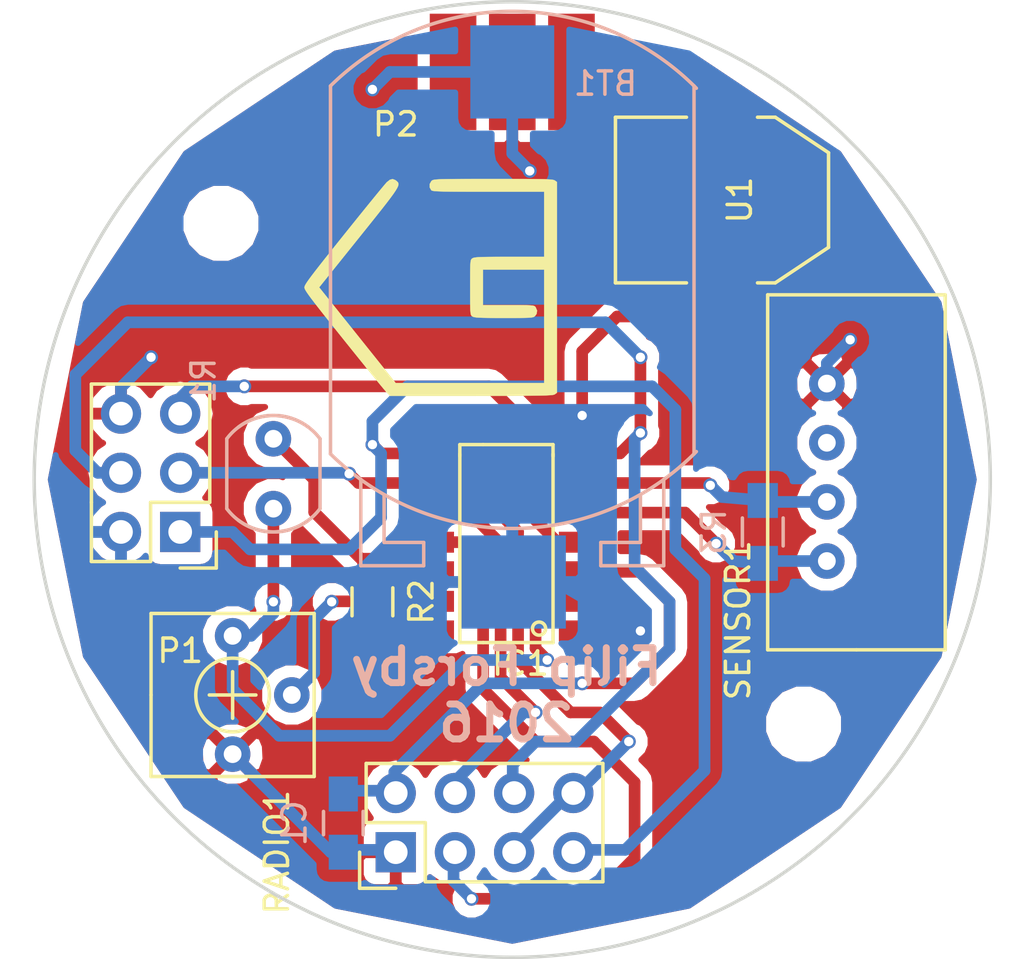
<source format=kicad_pcb>
(kicad_pcb (version 4) (host pcbnew 4.0.4+e1-6308~48~ubuntu16.04.1-stable)

  (general
    (links 35)
    (no_connects 0)
    (area 168.911284 97.161284 210.088716 138.338716)
    (thickness 1.6)
    (drawings 2)
    (tracks 176)
    (zones 0)
    (modules 15)
    (nets 17)
  )

  (page A4)
  (layers
    (0 F.Cu signal)
    (31 B.Cu signal)
    (32 B.Adhes user)
    (33 F.Adhes user)
    (34 B.Paste user)
    (35 F.Paste user)
    (36 B.SilkS user)
    (37 F.SilkS user)
    (38 B.Mask user)
    (39 F.Mask user)
    (40 Dwgs.User user)
    (41 Cmts.User user)
    (42 Eco1.User user)
    (43 Eco2.User user)
    (44 Edge.Cuts user)
    (45 Margin user)
    (46 B.CrtYd user)
    (47 F.CrtYd user)
    (48 B.Fab user)
    (49 F.Fab user)
  )

  (setup
    (last_trace_width 0.5)
    (trace_clearance 0.2)
    (zone_clearance 0.508)
    (zone_45_only yes)
    (trace_min 0.2)
    (segment_width 0.2)
    (edge_width 0.15)
    (via_size 0.6)
    (via_drill 0.4)
    (via_min_size 0.4)
    (via_min_drill 0.3)
    (uvia_size 0.3)
    (uvia_drill 0.1)
    (uvias_allowed no)
    (uvia_min_size 0.2)
    (uvia_min_drill 0.1)
    (pcb_text_width 0.3)
    (pcb_text_size 1.5 1.5)
    (mod_edge_width 0.15)
    (mod_text_size 1 1)
    (mod_text_width 0.15)
    (pad_size 1.524 1.524)
    (pad_drill 0.762)
    (pad_to_mask_clearance 0.2)
    (aux_axis_origin 0 0)
    (visible_elements FFFFFF7F)
    (pcbplotparams
      (layerselection 0x00030_80000001)
      (usegerberextensions false)
      (excludeedgelayer true)
      (linewidth 0.100000)
      (plotframeref false)
      (viasonmask false)
      (mode 1)
      (useauxorigin false)
      (hpglpennumber 1)
      (hpglpenspeed 20)
      (hpglpendiameter 15)
      (hpglpenoverlay 2)
      (psnegative false)
      (psa4output false)
      (plotreference true)
      (plotvalue true)
      (plotinvisibletext false)
      (padsonsilk false)
      (subtractmaskfromsilk false)
      (outputformat 1)
      (mirror false)
      (drillshape 1)
      (scaleselection 1)
      (outputdirectory ""))
  )

  (net 0 "")
  (net 1 GND)
  (net 2 "Net-(SENSOR1-Pad3)")
  (net 3 +3V3)
  (net 4 MISO)
  (net 5 SCK)
  (net 6 CSN)
  (net 7 CE)
  (net 8 Photo)
  (net 9 Trimpot)
  (net 10 Reset)
  (net 11 DHT22)
  (net 12 MOSI)
  (net 13 RF_POW)
  (net 14 Photo_POW)
  (net 15 DHT22_POW)
  (net 16 "Net-(P2-Pad3)")

  (net_class Default "This is the default net class."
    (clearance 0.2)
    (trace_width 0.5)
    (via_dia 0.6)
    (via_drill 0.4)
    (uvia_dia 0.3)
    (uvia_drill 0.1)
    (add_net +3V3)
    (add_net CE)
    (add_net CSN)
    (add_net DHT22)
    (add_net DHT22_POW)
    (add_net GND)
    (add_net MISO)
    (add_net MOSI)
    (add_net "Net-(P2-Pad3)")
    (add_net "Net-(SENSOR1-Pad3)")
    (add_net Photo)
    (add_net Photo_POW)
    (add_net RF_POW)
    (add_net Reset)
    (add_net SCK)
    (add_net Trimpot)
  )

  (module lib:CR2032_2 (layer B.Cu) (tedit 584136EF) (tstamp 583B21C0)
    (at 189.5 100.25 180)
    (path /582CB158)
    (fp_text reference BT1 (at -4 -0.5 180) (layer B.SilkS)
      (effects (font (size 1 1) (thickness 0.15)) (justify mirror))
    )
    (fp_text value Battery (at 0 -16.2 180) (layer B.Fab)
      (effects (font (size 1 1) (thickness 0.15)) (justify mirror))
    )
    (fp_line (start 3.8 -21.2) (end 3.8 -20.2) (layer B.SilkS) (width 0.15))
    (fp_line (start 3.8 -20.2) (end 5.5 -20.2) (layer B.SilkS) (width 0.15))
    (fp_line (start 5.5 -20.2) (end 5.5 -18.2) (layer B.SilkS) (width 0.15))
    (fp_line (start -3.8 -21.2) (end -3.8 -20.2) (layer B.SilkS) (width 0.15))
    (fp_line (start -3.8 -20.2) (end -5.5 -20.2) (layer B.SilkS) (width 0.15))
    (fp_line (start -5.5 -20.2) (end -5.5 -18.2) (layer B.SilkS) (width 0.15))
    (fp_line (start -3.8 -21.2) (end -6.5 -21.2) (layer B.SilkS) (width 0.15))
    (fp_line (start -6.5 -21.2) (end -6.5 -17.5) (layer B.SilkS) (width 0.15))
    (fp_line (start 3.8 -21.2) (end 6.5 -21.2) (layer B.SilkS) (width 0.15))
    (fp_line (start 6.5 -21.2) (end 6.5 -17.5) (layer B.SilkS) (width 0.15))
    (fp_arc (start 0 -8.5) (end -7.9 -0.7) (angle -90) (layer B.SilkS) (width 0.15))
    (fp_arc (start 0 -8.5) (end 7.8 -16.4) (angle -90) (layer B.SilkS) (width 0.15))
    (fp_line (start 7.8 -0.6) (end 7.8 -16.4) (layer B.SilkS) (width 0.15))
    (fp_line (start -7.8 -16.4) (end -7.8 -0.6) (layer B.SilkS) (width 0.15))
    (fp_circle (center 0 -8.5) (end 0 1.5) (layer B.CrtYd) (width 0.15))
    (fp_circle (center 0 -8.5) (end 0.05 -8.5) (layer B.CrtYd) (width 0.05))
    (pad 2 smd rect (at 0 0 180) (size 3.6 4) (layers B.Cu B.Paste B.Mask)
      (net 1 GND))
    (pad 1 smd rect (at 0 -21.9 180) (size 4.6 4) (layers B.Cu B.Paste B.Mask)
      (net 3 +3V3))
  )

  (module Capacitors_SMD:C_0805_HandSoldering (layer B.Cu) (tedit 541A9B8D) (tstamp 583B21D0)
    (at 182.25 132.5 270)
    (descr "Capacitor SMD 0805, hand soldering")
    (tags "capacitor 0805")
    (path /58380A14)
    (attr smd)
    (fp_text reference C1 (at 0 2.1 270) (layer B.SilkS)
      (effects (font (size 1 1) (thickness 0.15)) (justify mirror))
    )
    (fp_text value 1u (at 0 -2.1 270) (layer B.Fab)
      (effects (font (size 1 1) (thickness 0.15)) (justify mirror))
    )
    (fp_line (start -1 -0.625) (end -1 0.625) (layer B.Fab) (width 0.15))
    (fp_line (start 1 -0.625) (end -1 -0.625) (layer B.Fab) (width 0.15))
    (fp_line (start 1 0.625) (end 1 -0.625) (layer B.Fab) (width 0.15))
    (fp_line (start -1 0.625) (end 1 0.625) (layer B.Fab) (width 0.15))
    (fp_line (start -2.3 1) (end 2.3 1) (layer B.CrtYd) (width 0.05))
    (fp_line (start -2.3 -1) (end 2.3 -1) (layer B.CrtYd) (width 0.05))
    (fp_line (start -2.3 1) (end -2.3 -1) (layer B.CrtYd) (width 0.05))
    (fp_line (start 2.3 1) (end 2.3 -1) (layer B.CrtYd) (width 0.05))
    (fp_line (start 0.5 0.85) (end -0.5 0.85) (layer B.SilkS) (width 0.15))
    (fp_line (start -0.5 -0.85) (end 0.5 -0.85) (layer B.SilkS) (width 0.15))
    (pad 1 smd rect (at -1.25 0 270) (size 1.5 1.25) (layers B.Cu B.Paste B.Mask)
      (net 13 RF_POW))
    (pad 2 smd rect (at 1.25 0 270) (size 1.5 1.25) (layers B.Cu B.Paste B.Mask)
      (net 1 GND))
    (model Capacitors_SMD.3dshapes/C_0805_HandSoldering.wrl
      (at (xyz 0 0 0))
      (scale (xyz 1 1 1))
      (rotate (xyz 0 0 0))
    )
  )

  (module lib:myPhotoRes (layer B.Cu) (tedit 582B63CF) (tstamp 583B220A)
    (at 179.25 119 90)
    (path /582B6187)
    (fp_text reference R1 (at 5.5 -3 90) (layer B.SilkS)
      (effects (font (size 1 1) (thickness 0.15)) (justify mirror))
    )
    (fp_text value Photo (at -1.5 3 90) (layer B.Fab)
      (effects (font (size 1 1) (thickness 0.15)) (justify mirror))
    )
    (fp_arc (start 1.5 0) (end 3.5 1.5) (angle -90) (layer B.SilkS) (width 0.15))
    (fp_arc (start 1.5 0) (end 3 2) (angle -90) (layer B.SilkS) (width 0.15))
    (fp_arc (start 1.5 0) (end 0 -2) (angle -90) (layer B.SilkS) (width 0.15))
    (fp_arc (start 1.5 0) (end -0.5 -1.5) (angle -90) (layer B.SilkS) (width 0.15))
    (fp_line (start 0 -2) (end 3 -2) (layer B.SilkS) (width 0.15))
    (fp_line (start 3 2) (end 0 2) (layer B.SilkS) (width 0.15))
    (pad 1 thru_hole circle (at 0 0 90) (size 1.524 1.524) (drill 0.762) (layers *.Cu *.Mask)
      (net 14 Photo_POW))
    (pad 2 thru_hole circle (at 3 0 90) (size 1.524 1.524) (drill 0.762) (layers *.Cu *.Mask)
      (net 8 Photo))
  )

  (module Resistors_SMD:R_0805_HandSoldering (layer F.Cu) (tedit 58307B90) (tstamp 583B221A)
    (at 183.5 123 270)
    (descr "Resistor SMD 0805, hand soldering")
    (tags "resistor 0805")
    (path /582B620A)
    (attr smd)
    (fp_text reference R2 (at 0 -2.1 270) (layer F.SilkS)
      (effects (font (size 1 1) (thickness 0.15)))
    )
    (fp_text value 50k (at 0 2.1 270) (layer F.Fab)
      (effects (font (size 1 1) (thickness 0.15)))
    )
    (fp_line (start -1 0.625) (end -1 -0.625) (layer F.Fab) (width 0.1))
    (fp_line (start 1 0.625) (end -1 0.625) (layer F.Fab) (width 0.1))
    (fp_line (start 1 -0.625) (end 1 0.625) (layer F.Fab) (width 0.1))
    (fp_line (start -1 -0.625) (end 1 -0.625) (layer F.Fab) (width 0.1))
    (fp_line (start -2.4 -1) (end 2.4 -1) (layer F.CrtYd) (width 0.05))
    (fp_line (start -2.4 1) (end 2.4 1) (layer F.CrtYd) (width 0.05))
    (fp_line (start -2.4 -1) (end -2.4 1) (layer F.CrtYd) (width 0.05))
    (fp_line (start 2.4 -1) (end 2.4 1) (layer F.CrtYd) (width 0.05))
    (fp_line (start 0.6 0.875) (end -0.6 0.875) (layer F.SilkS) (width 0.15))
    (fp_line (start -0.6 -0.875) (end 0.6 -0.875) (layer F.SilkS) (width 0.15))
    (pad 1 smd rect (at -1.35 0 270) (size 1.5 1.3) (layers F.Cu F.Paste F.Mask)
      (net 8 Photo))
    (pad 2 smd rect (at 1.35 0 270) (size 1.5 1.3) (layers F.Cu F.Paste F.Mask)
      (net 1 GND))
    (model Resistors_SMD.3dshapes/R_0805_HandSoldering.wrl
      (at (xyz 0 0 0))
      (scale (xyz 1 1 1))
      (rotate (xyz 0 0 0))
    )
  )

  (module Resistors_SMD:R_0805_HandSoldering (layer B.Cu) (tedit 58307B90) (tstamp 583B222A)
    (at 200.25 120 270)
    (descr "Resistor SMD 0805, hand soldering")
    (tags "resistor 0805")
    (path /5830AE1C)
    (attr smd)
    (fp_text reference R3 (at 0 2.1 270) (layer B.SilkS)
      (effects (font (size 1 1) (thickness 0.15)) (justify mirror))
    )
    (fp_text value 4k7 (at 0 -2.1 270) (layer B.Fab)
      (effects (font (size 1 1) (thickness 0.15)) (justify mirror))
    )
    (fp_line (start -1 -0.625) (end -1 0.625) (layer B.Fab) (width 0.1))
    (fp_line (start 1 -0.625) (end -1 -0.625) (layer B.Fab) (width 0.1))
    (fp_line (start 1 0.625) (end 1 -0.625) (layer B.Fab) (width 0.1))
    (fp_line (start -1 0.625) (end 1 0.625) (layer B.Fab) (width 0.1))
    (fp_line (start -2.4 1) (end 2.4 1) (layer B.CrtYd) (width 0.05))
    (fp_line (start -2.4 -1) (end 2.4 -1) (layer B.CrtYd) (width 0.05))
    (fp_line (start -2.4 1) (end -2.4 -1) (layer B.CrtYd) (width 0.05))
    (fp_line (start 2.4 1) (end 2.4 -1) (layer B.CrtYd) (width 0.05))
    (fp_line (start 0.6 -0.875) (end -0.6 -0.875) (layer B.SilkS) (width 0.15))
    (fp_line (start -0.6 0.875) (end 0.6 0.875) (layer B.SilkS) (width 0.15))
    (pad 1 smd rect (at -1.35 0 270) (size 1.5 1.3) (layers B.Cu B.Paste B.Mask)
      (net 11 DHT22))
    (pad 2 smd rect (at 1.35 0 270) (size 1.5 1.3) (layers B.Cu B.Paste B.Mask)
      (net 15 DHT22_POW))
    (model Resistors_SMD.3dshapes/R_0805_HandSoldering.wrl
      (at (xyz 0 0 0))
      (scale (xyz 1 1 1))
      (rotate (xyz 0 0 0))
    )
  )

  (module lib:trimpot (layer F.Cu) (tedit 584137EF) (tstamp 583B2264)
    (at 177.5 127 90)
    (path /582F6E83)
    (fp_text reference RV1 (at 1 -4.5 90) (layer F.SilkS) hide
      (effects (font (size 1 1) (thickness 0.15)))
    )
    (fp_text value POT (at 0 -2.5 90) (layer F.Fab) hide
      (effects (font (size 1 1) (thickness 0.15)))
    )
    (fp_line (start 1 0) (end -1 0) (layer F.SilkS) (width 0.15))
    (fp_line (start 0 -1) (end 0 1) (layer F.SilkS) (width 0.15))
    (fp_circle (center 0 0) (end 1.5 -0.5) (layer F.SilkS) (width 0.15))
    (fp_line (start 0 -3.5) (end 3.5 -3.5) (layer F.SilkS) (width 0.15))
    (fp_line (start 3.5 -3.5) (end 3.5 3.5) (layer F.SilkS) (width 0.15))
    (fp_line (start 3.5 3.5) (end -3.5 3.5) (layer F.SilkS) (width 0.15))
    (fp_line (start -3.5 3.5) (end -3.5 -3.5) (layer F.SilkS) (width 0.15))
    (fp_line (start -3.5 -3.5) (end 0 -3.5) (layer F.SilkS) (width 0.15))
    (pad 1 thru_hole circle (at -2.54 0 90) (size 1.524 1.524) (drill 0.762) (layers *.Cu *.Mask)
      (net 1 GND))
    (pad 3 thru_hole circle (at 2.54 0 90) (size 1.524 1.524) (drill 0.762) (layers *.Cu *.Mask)
      (net 14 Photo_POW))
    (pad 2 thru_hole circle (at 0 2.54 90) (size 1.524 1.524) (drill 0.762) (layers *.Cu *.Mask)
      (net 9 Trimpot))
  )

  (module Mounting_Holes:MountingHole_2.2mm_M2 (layer F.Cu) (tedit 58413782) (tstamp 583B2F8D)
    (at 202 128.25)
    (descr "Mounting Hole 2.2mm, no annular, M2")
    (tags "mounting hole 2.2mm no annular m2")
    (fp_text reference REF** (at 0 -3.2) (layer F.SilkS) hide
      (effects (font (size 1 1) (thickness 0.15)))
    )
    (fp_text value MountingHole_2.2mm_M2 (at 0 3.2) (layer F.Fab)
      (effects (font (size 1 1) (thickness 0.15)))
    )
    (fp_circle (center 0 0) (end 2.2 0) (layer Cmts.User) (width 0.15))
    (fp_circle (center 0 0) (end 2.45 0) (layer F.CrtYd) (width 0.05))
    (pad 1 np_thru_hole circle (at 0 0) (size 2.2 2.2) (drill 2.2) (layers *.Cu *.Mask))
  )

  (module Mounting_Holes:MountingHole_2.2mm_M2 (layer F.Cu) (tedit 58413720) (tstamp 583B2F94)
    (at 177 106.75)
    (descr "Mounting Hole 2.2mm, no annular, M2")
    (tags "mounting hole 2.2mm no annular m2")
    (fp_text reference REF** (at 0 -3.2) (layer F.SilkS) hide
      (effects (font (size 1 1) (thickness 0.15)))
    )
    (fp_text value MountingHole_2.2mm_M2 (at 0 3.2) (layer F.Fab)
      (effects (font (size 1 1) (thickness 0.15)))
    )
    (fp_circle (center 0 0) (end 2.2 0) (layer Cmts.User) (width 0.15))
    (fp_circle (center 0 0) (end 2.45 0) (layer F.CrtYd) (width 0.05))
    (pad 1 np_thru_hole circle (at 0 0) (size 2.2 2.2) (drill 2.2) (layers *.Cu *.Mask))
  )

  (module SOT-223 (layer F.Cu) (tedit 0) (tstamp 583F40E2)
    (at 198.5 105.75 270)
    (descr "module CMS SOT223 4 pins")
    (tags "CMS SOT")
    (path /583DACF1)
    (attr smd)
    (fp_text reference U1 (at 0 -0.762 270) (layer F.SilkS)
      (effects (font (size 1 1) (thickness 0.15)))
    )
    (fp_text value LM1117 (at 0 0.762 270) (layer F.Fab)
      (effects (font (size 1 1) (thickness 0.15)))
    )
    (fp_line (start -3.556 1.524) (end -3.556 4.572) (layer F.SilkS) (width 0.15))
    (fp_line (start -3.556 4.572) (end 3.556 4.572) (layer F.SilkS) (width 0.15))
    (fp_line (start 3.556 4.572) (end 3.556 1.524) (layer F.SilkS) (width 0.15))
    (fp_line (start -3.556 -1.524) (end -3.556 -2.286) (layer F.SilkS) (width 0.15))
    (fp_line (start -3.556 -2.286) (end -2.032 -4.572) (layer F.SilkS) (width 0.15))
    (fp_line (start -2.032 -4.572) (end 2.032 -4.572) (layer F.SilkS) (width 0.15))
    (fp_line (start 2.032 -4.572) (end 3.556 -2.286) (layer F.SilkS) (width 0.15))
    (fp_line (start 3.556 -2.286) (end 3.556 -1.524) (layer F.SilkS) (width 0.15))
    (pad 4 smd rect (at 0 -3.302 270) (size 3.6576 2.032) (layers F.Cu F.Paste F.Mask))
    (pad 2 smd rect (at 0 3.302 270) (size 1.016 2.032) (layers F.Cu F.Paste F.Mask)
      (net 3 +3V3))
    (pad 3 smd rect (at 2.286 3.302 270) (size 1.016 2.032) (layers F.Cu F.Paste F.Mask)
      (net 16 "Net-(P2-Pad3)"))
    (pad 1 smd rect (at -2.286 3.302 270) (size 1.016 2.032) (layers F.Cu F.Paste F.Mask)
      (net 1 GND))
    (model TO_SOT_Packages_SMD.3dshapes/SOT-223.wrl
      (at (xyz 0 0 0))
      (scale (xyz 0.4 0.4 0.4))
      (rotate (xyz 0 0 0))
    )
  )

  (module lib:Powergrid (layer F.Cu) (tedit 5841372E) (tstamp 583F4402)
    (at 189.5 100.25)
    (path /583DAB08)
    (fp_text reference P2 (at -5 2.25) (layer F.SilkS)
      (effects (font (size 1 1) (thickness 0.15)))
    )
    (fp_text value CONN_01X03 (at 0 3.75) (layer F.Fab)
      (effects (font (size 1 1) (thickness 0.15)))
    )
    (pad 1 connect rect (at 2.54 0) (size 2 5) (layers F.Cu F.Mask)
      (net 3 +3V3))
    (pad 2 connect rect (at 0 0) (size 2 5) (layers F.Cu F.Mask)
      (net 1 GND))
    (pad 3 connect rect (at -2.54 0) (size 2 5) (layers F.Cu F.Mask)
      (net 16 "Net-(P2-Pad3)"))
  )

  (module lib:LOGO (layer F.Cu) (tedit 58413439) (tstamp 584137DA)
    (at 186 109.5 90)
    (fp_text reference G*** (at 5.5 -4 90) (layer F.SilkS) hide
      (effects (font (thickness 0.3)))
    )
    (fp_text value LOGO (at -4.5 -5 90) (layer F.SilkS) hide
      (effects (font (thickness 0.3)))
    )
    (fp_poly (pts (xy 0.0357 -5.412777) (xy 0.085112 -5.392672) (xy 0.153101 -5.354696) (xy 0.244532 -5.295193)
      (xy 0.364271 -5.210508) (xy 0.517184 -5.096985) (xy 0.708135 -4.950968) (xy 0.94199 -4.768803)
      (xy 1.223614 -4.546832) (xy 1.557874 -4.281401) (xy 1.949633 -3.968854) (xy 2.25997 -3.72065)
      (xy 2.632779 -3.42176) (xy 2.988989 -3.135205) (xy 3.322576 -2.865896) (xy 3.627512 -2.618743)
      (xy 3.897772 -2.398655) (xy 4.127331 -2.210544) (xy 4.310162 -2.05932) (xy 4.44024 -1.949892)
      (xy 4.511539 -1.887172) (xy 4.519084 -1.879772) (xy 4.622521 -1.746974) (xy 4.65103 -1.631839)
      (xy 4.607096 -1.517747) (xy 4.578934 -1.479717) (xy 4.543209 -1.437462) (xy 4.507422 -1.405089)
      (xy 4.466626 -1.385832) (xy 4.415872 -1.382923) (xy 4.350212 -1.399597) (xy 4.264698 -1.439087)
      (xy 4.154382 -1.504628) (xy 4.014316 -1.599452) (xy 3.839552 -1.726795) (xy 3.625143 -1.889889)
      (xy 3.366139 -2.091968) (xy 3.057593 -2.336266) (xy 2.694558 -2.626017) (xy 2.272084 -2.964455)
      (xy 2.1177 -3.088241) (xy 0.001452 -4.785162) (xy -2.051741 -3.143998) (xy -4.104934 -1.502833)
      (xy -4.105634 1.68275) (xy -4.106333 4.868334) (xy 0.762 4.868334) (xy 0.762 2.243667)
      (xy -0.762 2.243667) (xy -0.762 3.341933) (xy -0.762175 3.674905) (xy -0.76325 3.933391)
      (xy -0.766047 4.127572) (xy -0.771389 4.26763) (xy -0.780098 4.363744) (xy -0.792998 4.426097)
      (xy -0.810911 4.464868) (xy -0.834661 4.490239) (xy -0.856086 4.5061) (xy -1.000505 4.566582)
      (xy -1.138445 4.542962) (xy -1.219684 4.485684) (xy -1.246121 4.458923) (xy -1.26698 4.427109)
      (xy -1.282924 4.380653) (xy -1.294611 4.309965) (xy -1.302703 4.205454) (xy -1.30786 4.057532)
      (xy -1.310742 3.856608) (xy -1.312011 3.593092) (xy -1.312326 3.257394) (xy -1.312333 3.140437)
      (xy -1.311778 2.7718) (xy -1.309813 2.478551) (xy -1.305985 2.251416) (xy -1.299843 2.081121)
      (xy -1.290936 1.958393) (xy -1.278811 1.873958) (xy -1.263016 1.818542) (xy -1.246433 1.78742)
      (xy -1.225234 1.759805) (xy -1.19836 1.738203) (xy -1.156031 1.721876) (xy -1.088469 1.710084)
      (xy -0.985894 1.70209) (xy -0.838529 1.697157) (xy -0.636595 1.694545) (xy -0.370313 1.693517)
      (xy -0.029905 1.693334) (xy 0 1.693334) (xy 0.346592 1.693481) (xy 0.618295 1.694417)
      (xy 0.824889 1.696879) (xy 0.976153 1.701606) (xy 1.081864 1.709335) (xy 1.151802 1.720804)
      (xy 1.195745 1.736752) (xy 1.223472 1.757917) (xy 1.244761 1.785036) (xy 1.246433 1.78742)
      (xy 1.264202 1.822515) (xy 1.27854 1.877464) (xy 1.289796 1.960723) (xy 1.298323 2.080745)
      (xy 1.304471 2.245985) (xy 1.308591 2.464897) (xy 1.311035 2.745935) (xy 1.312152 3.097555)
      (xy 1.312334 3.37492) (xy 1.312334 4.868334) (xy 4.106334 4.868334) (xy 4.106334 2.479524)
      (xy 4.106539 1.964154) (xy 4.107273 1.526923) (xy 4.108712 1.161306) (xy 4.111034 0.860776)
      (xy 4.114414 0.618806) (xy 4.119031 0.428871) (xy 4.12506 0.284444) (xy 4.132678 0.178998)
      (xy 4.142063 0.106008) (xy 4.153392 0.058947) (xy 4.16684 0.031288) (xy 4.172857 0.024191)
      (xy 4.295467 -0.04523) (xy 4.433905 -0.044243) (xy 4.559715 0.0254) (xy 4.582584 0.049421)
      (xy 4.597995 0.072109) (xy 4.611119 0.105486) (xy 4.622138 0.156031) (xy 4.631234 0.230225)
      (xy 4.638589 0.334547) (xy 4.644386 0.475477) (xy 4.648807 0.659494) (xy 4.652034 0.893079)
      (xy 4.654249 1.182712) (xy 4.655634 1.534872) (xy 4.656373 1.956039) (xy 4.656647 2.452692)
      (xy 4.656667 2.683437) (xy 4.656463 3.21818) (xy 4.655745 3.674618) (xy 4.654355 4.05911)
      (xy 4.652135 4.378016) (xy 4.648924 4.637698) (xy 4.644565 4.844515) (xy 4.638899 5.004828)
      (xy 4.631767 5.124997) (xy 4.62301 5.211381) (xy 4.612471 5.270342) (xy 4.599989 5.30824)
      (xy 4.590766 5.324581) (xy 4.524866 5.418667) (xy -4.524866 5.418667) (xy -4.590766 5.324581)
      (xy -4.602693 5.300357) (xy -4.613112 5.260394) (xy -4.622122 5.199292) (xy -4.629821 5.111652)
      (xy -4.636311 4.992077) (xy -4.64169 4.835166) (xy -4.646057 4.635522) (xy -4.649512 4.387745)
      (xy -4.652155 4.086438) (xy -4.654084 3.7262) (xy -4.6554 3.301634) (xy -4.656202 2.807341)
      (xy -4.656589 2.237922) (xy -4.656666 1.746792) (xy -4.656666 -1.73691) (xy -4.519083 -1.879772)
      (xy -4.462396 -1.930864) (xy -4.34552 -2.029812) (xy -4.174482 -2.171705) (xy -3.955309 -2.351631)
      (xy -3.694024 -2.564683) (xy -3.396655 -2.805948) (xy -3.069227 -3.070517) (xy -2.717767 -3.35348)
      (xy -2.348299 -3.649926) (xy -2.25997 -3.72065) (xy -1.825162 -4.068275) (xy -1.451253 -4.36623)
      (xy -1.133376 -4.618172) (xy -0.866668 -4.827755) (xy -0.646262 -4.998636) (xy -0.467293 -5.13447)
      (xy -0.324896 -5.238913) (xy -0.214204 -5.31562) (xy -0.130354 -5.368247) (xy -0.068479 -5.400449)
      (xy -0.023714 -5.415883) (xy 0 -5.418666) (xy 0.0357 -5.412777)) (layer F.SilkS) (width 0.01))
  )

  (module lib:DHT22 (layer F.Cu) (tedit 582CBDBB) (tstamp 58415424)
    (at 203 121.25 90)
    (path /582CBAF4)
    (fp_text reference SENSOR1 (at -2.54 -3.81 90) (layer F.SilkS)
      (effects (font (size 1 1) (thickness 0.15)))
    )
    (fp_text value DHT22 (at 3.81 3.81 90) (layer F.Fab)
      (effects (font (size 1 1) (thickness 0.15)))
    )
    (fp_line (start -3.81 1.27) (end -3.81 -2.54) (layer F.SilkS) (width 0.15))
    (fp_line (start -3.81 -2.54) (end 11.43 -2.54) (layer F.SilkS) (width 0.15))
    (fp_line (start 11.43 -2.54) (end 11.43 5.08) (layer F.SilkS) (width 0.15))
    (fp_line (start 11.43 5.08) (end -3.81 5.08) (layer F.SilkS) (width 0.15))
    (fp_line (start -3.81 5.08) (end -3.81 1.27) (layer F.SilkS) (width 0.15))
    (pad 1 thru_hole circle (at 0 0 90) (size 1.524 1.524) (drill 0.762) (layers *.Cu *.Mask)
      (net 15 DHT22_POW))
    (pad 2 thru_hole circle (at 2.54 0 90) (size 1.524 1.524) (drill 0.762) (layers *.Cu *.Mask)
      (net 11 DHT22))
    (pad 3 thru_hole circle (at 5.08 0 90) (size 1.524 1.524) (drill 0.762) (layers *.Cu *.Mask)
      (net 2 "Net-(SENSOR1-Pad3)"))
    (pad 4 thru_hole circle (at 7.62 0 90) (size 1.524 1.524) (drill 0.762) (layers *.Cu *.Mask)
      (net 1 GND))
  )

  (module lib:ATtiny84 (layer F.Cu) (tedit 5841500D) (tstamp 5841566C)
    (at 192.5 124.25 90)
    (path /582A1516)
    (fp_text reference IC1 (at -1.4 -2.65 180) (layer F.SilkS)
      (effects (font (size 1 1) (thickness 0.15)))
    )
    (fp_text value ATTINY84-S (at 4 -3.25 90) (layer F.Fab)
      (effects (font (size 1 1) (thickness 0.15)))
    )
    (fp_line (start -0.5 -4.25) (end -0.5 -5.25) (layer F.SilkS) (width 0.15))
    (fp_line (start 8 -4.25) (end 8 -5.25) (layer F.SilkS) (width 0.15))
    (fp_line (start 7.5 -1.25) (end 8 -1.25) (layer F.SilkS) (width 0.15))
    (fp_line (start 8 -1.25) (end 8 -4.25) (layer F.SilkS) (width 0.15))
    (fp_line (start 8 -5.25) (end 7.5 -5.25) (layer F.SilkS) (width 0.15))
    (fp_line (start 0 -5.25) (end -0.5 -5.25) (layer F.SilkS) (width 0.15))
    (fp_line (start -0.5 -4.25) (end -0.5 -1.25) (layer F.SilkS) (width 0.15))
    (fp_line (start -0.5 -1.25) (end 0 -1.25) (layer F.SilkS) (width 0.15))
    (fp_circle (center 0.1 -1.85) (end 0.3 -2.05) (layer F.SilkS) (width 0.15))
    (fp_line (start 0 -5.25) (end 7.6 -5.25) (layer F.SilkS) (width 0.15))
    (fp_line (start 7.6 -1.25) (end 0 -1.25) (layer F.SilkS) (width 0.15))
    (pad 8 smd rect (at 7.62 -6.5 90) (size 0.9 2) (layers F.Cu F.Paste F.Mask)
      (net 4 MISO))
    (pad 9 smd rect (at 6.35 -6.5 90) (size 0.9 2) (layers F.Cu F.Paste F.Mask)
      (net 5 SCK))
    (pad 10 smd rect (at 5.08 -6.5 90) (size 0.9 2) (layers F.Cu F.Paste F.Mask)
      (net 6 CSN))
    (pad 11 smd rect (at 3.81 -6.5 90) (size 0.9 2) (layers F.Cu F.Paste F.Mask)
      (net 7 CE))
    (pad 12 smd rect (at 2.54 -6.5 90) (size 0.9 2) (layers F.Cu F.Paste F.Mask)
      (net 8 Photo))
    (pad 13 smd rect (at 1.27 -6.5 90) (size 0.9 2) (layers F.Cu F.Paste F.Mask)
      (net 9 Trimpot))
    (pad 14 smd rect (at 0 -6.5 90) (size 0.9 2) (layers F.Cu F.Paste F.Mask)
      (net 1 GND))
    (pad 1 smd rect (at 0 0 90) (size 0.9 2) (layers F.Cu F.Paste F.Mask)
      (net 3 +3V3))
    (pad 2 smd rect (at 1.27 0 90) (size 0.9 2) (layers F.Cu F.Paste F.Mask)
      (net 14 Photo_POW))
    (pad 3 smd rect (at 2.54 0 90) (size 0.9 2) (layers F.Cu F.Paste F.Mask)
      (net 13 RF_POW))
    (pad 4 smd rect (at 3.81 0 90) (size 0.9 2) (layers F.Cu F.Paste F.Mask)
      (net 10 Reset))
    (pad 5 smd rect (at 5.08 0 90) (size 0.9 2) (layers F.Cu F.Paste F.Mask)
      (net 15 DHT22_POW))
    (pad 6 smd rect (at 6.35 0 90) (size 0.9 2) (layers F.Cu F.Paste F.Mask)
      (net 11 DHT22))
    (pad 7 smd rect (at 7.62 0 90) (size 0.9 2) (layers F.Cu F.Paste F.Mask)
      (net 12 MOSI))
    (model SMD_Packages.3dshapes/SOIC-14_N.wrl
      (at (xyz 0.15 0.13 0))
      (scale (xyz 0.5 0.4 0.45))
      (rotate (xyz 0 0 0))
    )
  )

  (module Pin_Headers:Pin_Header_Straight_2x03 (layer F.Cu) (tedit 54EA0A4B) (tstamp 584156CD)
    (at 175.25 120 180)
    (descr "Through hole pin header")
    (tags "pin header")
    (path /583028C1)
    (fp_text reference P1 (at 0 -5.1 180) (layer F.SilkS)
      (effects (font (size 1 1) (thickness 0.15)))
    )
    (fp_text value CONN_02X03 (at 0 -3.1 180) (layer F.Fab)
      (effects (font (size 1 1) (thickness 0.15)))
    )
    (fp_line (start -1.27 1.27) (end -1.27 6.35) (layer F.SilkS) (width 0.15))
    (fp_line (start -1.55 -1.55) (end 0 -1.55) (layer F.SilkS) (width 0.15))
    (fp_line (start -1.75 -1.75) (end -1.75 6.85) (layer F.CrtYd) (width 0.05))
    (fp_line (start 4.3 -1.75) (end 4.3 6.85) (layer F.CrtYd) (width 0.05))
    (fp_line (start -1.75 -1.75) (end 4.3 -1.75) (layer F.CrtYd) (width 0.05))
    (fp_line (start -1.75 6.85) (end 4.3 6.85) (layer F.CrtYd) (width 0.05))
    (fp_line (start 1.27 -1.27) (end 1.27 1.27) (layer F.SilkS) (width 0.15))
    (fp_line (start 1.27 1.27) (end -1.27 1.27) (layer F.SilkS) (width 0.15))
    (fp_line (start -1.27 6.35) (end 3.81 6.35) (layer F.SilkS) (width 0.15))
    (fp_line (start 3.81 6.35) (end 3.81 1.27) (layer F.SilkS) (width 0.15))
    (fp_line (start -1.55 -1.55) (end -1.55 0) (layer F.SilkS) (width 0.15))
    (fp_line (start 3.81 -1.27) (end 1.27 -1.27) (layer F.SilkS) (width 0.15))
    (fp_line (start 3.81 1.27) (end 3.81 -1.27) (layer F.SilkS) (width 0.15))
    (pad 1 thru_hole rect (at 0 0 180) (size 1.7272 1.7272) (drill 1.016) (layers *.Cu *.Mask)
      (net 4 MISO))
    (pad 2 thru_hole oval (at 2.54 0 180) (size 1.7272 1.7272) (drill 1.016) (layers *.Cu *.Mask)
      (net 3 +3V3))
    (pad 3 thru_hole oval (at 0 2.54 180) (size 1.7272 1.7272) (drill 1.016) (layers *.Cu *.Mask)
      (net 5 SCK))
    (pad 4 thru_hole oval (at 2.54 2.54 180) (size 1.7272 1.7272) (drill 1.016) (layers *.Cu *.Mask)
      (net 12 MOSI))
    (pad 5 thru_hole oval (at 0 5.08 180) (size 1.7272 1.7272) (drill 1.016) (layers *.Cu *.Mask)
      (net 10 Reset))
    (pad 6 thru_hole oval (at 2.54 5.08 180) (size 1.7272 1.7272) (drill 1.016) (layers *.Cu *.Mask)
      (net 1 GND))
    (model Pin_Headers.3dshapes/Pin_Header_Straight_2x03.wrl
      (at (xyz 0.05 -0.1 0))
      (scale (xyz 1 1 1))
      (rotate (xyz 0 0 90))
    )
  )

  (module Pin_Headers:Pin_Header_Straight_2x04 (layer F.Cu) (tedit 0) (tstamp 58415417)
    (at 184.5 133.75 90)
    (descr "Through hole pin header")
    (tags "pin header")
    (path /582CC965)
    (fp_text reference RADIO1 (at 0 -5.1 90) (layer F.SilkS)
      (effects (font (size 1 1) (thickness 0.15)))
    )
    (fp_text value nRF24L01 (at 0 -3.1 90) (layer F.Fab)
      (effects (font (size 1 1) (thickness 0.15)))
    )
    (fp_line (start -1.75 -1.75) (end -1.75 9.4) (layer F.CrtYd) (width 0.05))
    (fp_line (start 4.3 -1.75) (end 4.3 9.4) (layer F.CrtYd) (width 0.05))
    (fp_line (start -1.75 -1.75) (end 4.3 -1.75) (layer F.CrtYd) (width 0.05))
    (fp_line (start -1.75 9.4) (end 4.3 9.4) (layer F.CrtYd) (width 0.05))
    (fp_line (start -1.27 1.27) (end -1.27 8.89) (layer F.SilkS) (width 0.15))
    (fp_line (start -1.27 8.89) (end 3.81 8.89) (layer F.SilkS) (width 0.15))
    (fp_line (start 3.81 8.89) (end 3.81 -1.27) (layer F.SilkS) (width 0.15))
    (fp_line (start 3.81 -1.27) (end 1.27 -1.27) (layer F.SilkS) (width 0.15))
    (fp_line (start 0 -1.55) (end -1.55 -1.55) (layer F.SilkS) (width 0.15))
    (fp_line (start 1.27 -1.27) (end 1.27 1.27) (layer F.SilkS) (width 0.15))
    (fp_line (start 1.27 1.27) (end -1.27 1.27) (layer F.SilkS) (width 0.15))
    (fp_line (start -1.55 -1.55) (end -1.55 0) (layer F.SilkS) (width 0.15))
    (pad 1 thru_hole rect (at 0 0 90) (size 1.7272 1.7272) (drill 1.016) (layers *.Cu *.Mask)
      (net 1 GND))
    (pad 2 thru_hole oval (at 2.54 0 90) (size 1.7272 1.7272) (drill 1.016) (layers *.Cu *.Mask)
      (net 13 RF_POW))
    (pad 3 thru_hole oval (at 0 2.54 90) (size 1.7272 1.7272) (drill 1.016) (layers *.Cu *.Mask)
      (net 7 CE))
    (pad 4 thru_hole oval (at 2.54 2.54 90) (size 1.7272 1.7272) (drill 1.016) (layers *.Cu *.Mask)
      (net 6 CSN))
    (pad 5 thru_hole oval (at 0 5.08 90) (size 1.7272 1.7272) (drill 1.016) (layers *.Cu *.Mask)
      (net 5 SCK))
    (pad 6 thru_hole oval (at 2.54 5.08 90) (size 1.7272 1.7272) (drill 1.016) (layers *.Cu *.Mask)
      (net 12 MOSI))
    (pad 7 thru_hole oval (at 0 7.62 90) (size 1.7272 1.7272) (drill 1.016) (layers *.Cu *.Mask)
      (net 4 MISO))
    (pad 8 thru_hole oval (at 2.54 7.62 90) (size 1.7272 1.7272) (drill 1.016) (layers *.Cu *.Mask)
      (net 5 SCK))
    (model Pin_Headers.3dshapes/Pin_Header_Straight_2x04.wrl
      (at (xyz 0.05 -0.15 0))
      (scale (xyz 1 1 1))
      (rotate (xyz 0 0 90))
    )
  )

  (gr_text "Filip Forsby\n2016" (at 189.25 127) (layer B.SilkS)
    (effects (font (size 1.5 1.5) (thickness 0.3)) (justify mirror))
  )
  (gr_circle (center 189.5 117.75) (end 190.25 97.25) (layer Edge.Cuts) (width 0.15))

  (segment (start 172.71 114.92) (end 172.71 113.79) (width 0.5) (layer B.Cu) (net 1))
  (via (at 174 112.5) (size 0.6) (drill 0.4) (layers F.Cu B.Cu) (net 1))
  (segment (start 172.71 113.79) (end 174 112.5) (width 0.5) (layer B.Cu) (net 1) (tstamp 584130B7))
  (segment (start 203 113.63) (end 203 112.75) (width 0.5) (layer B.Cu) (net 1) (status 10))
  (via (at 204 111.75) (size 0.6) (drill 0.4) (layers F.Cu B.Cu) (net 1))
  (segment (start 203 112.75) (end 204 111.75) (width 0.5) (layer B.Cu) (net 1) (tstamp 583B31A8))
  (segment (start 189.5 100.25) (end 189.5 103.75) (width 0.5) (layer B.Cu) (net 1))
  (via (at 190.25 104.5) (size 0.6) (drill 0.4) (layers F.Cu B.Cu) (net 1))
  (segment (start 189.5 103.75) (end 190.25 104.5) (width 0.5) (layer B.Cu) (net 1) (tstamp 58411E21))
  (segment (start 189.25 100.5) (end 189.5 100.25) (width 0.5) (layer B.Cu) (net 1) (tstamp 583F4639) (status 30))
  (segment (start 189.5 100.25) (end 184.25 100.25) (width 0.5) (layer B.Cu) (net 1) (status 10))
  (via (at 183.5 101) (size 0.6) (drill 0.4) (layers F.Cu B.Cu) (net 1))
  (segment (start 184.25 100.25) (end 183.5 101) (width 0.5) (layer B.Cu) (net 1) (tstamp 583F42D1))
  (segment (start 182.25 133.75) (end 181.71 133.75) (width 0.5) (layer B.Cu) (net 1))
  (segment (start 181.71 133.75) (end 177.5 129.54) (width 0.5) (layer B.Cu) (net 1) (tstamp 583B2FBB))
  (segment (start 184.44 133.65) (end 182.35 133.65) (width 0.5) (layer B.Cu) (net 1) (status 10))
  (segment (start 182.35 133.65) (end 182.25 133.75) (width 0.5) (layer B.Cu) (net 1) (tstamp 583B2FB5))
  (segment (start 192.04 100.25) (end 196.75 100.25) (width 0.5) (layer F.Cu) (net 3))
  (segment (start 197.75 101.25) (end 197.75 106.5) (width 0.5) (layer F.Cu) (net 3) (tstamp 58411DF4))
  (segment (start 196.75 100.25) (end 197.75 101.25) (width 0.5) (layer F.Cu) (net 3) (tstamp 58411DF0))
  (segment (start 189.5 122.15) (end 189.5 118) (width 0.5) (layer B.Cu) (net 3) (status 10))
  (segment (start 197 105.75) (end 195.198 105.75) (width 0.5) (layer F.Cu) (net 3) (tstamp 583F46F8))
  (segment (start 197.75 106.5) (end 197 105.75) (width 0.5) (layer F.Cu) (net 3) (tstamp 583F46F7))
  (segment (start 197.75 109.5) (end 197.75 106.5) (width 0.5) (layer F.Cu) (net 3) (tstamp 583F46F5))
  (segment (start 196.5 110.75) (end 197.75 109.5) (width 0.5) (layer F.Cu) (net 3) (tstamp 583F46F4))
  (segment (start 194 110.75) (end 196.5 110.75) (width 0.5) (layer F.Cu) (net 3) (tstamp 583F46F2))
  (segment (start 192.5 112.25) (end 194 110.75) (width 0.5) (layer F.Cu) (net 3) (tstamp 583F46EF))
  (segment (start 192.5 115) (end 192.5 112.25) (width 0.5) (layer F.Cu) (net 3) (tstamp 583F46EE))
  (via (at 192.5 115) (size 0.6) (drill 0.4) (layers F.Cu B.Cu) (net 3))
  (segment (start 189.5 118) (end 192.5 115) (width 0.5) (layer B.Cu) (net 3) (tstamp 583F46DE))
  (segment (start 192 124.25) (end 193.5 124.25) (width 0.5) (layer F.Cu) (net 3) (status 10))
  (segment (start 195 124.25) (end 191.4 122.15) (width 0.5) (layer B.Cu) (net 3) (tstamp 583F46BE) (status 20))
  (via (at 195 124.25) (size 0.6) (drill 0.4) (layers F.Cu B.Cu) (net 3))
  (segment (start 193.5 124.25) (end 195 124.25) (width 0.5) (layer F.Cu) (net 3) (tstamp 583F46B6))
  (segment (start 191.4 122.15) (end 189.5 122.15) (width 0.5) (layer B.Cu) (net 3) (tstamp 583F46BF) (status 30))
  (segment (start 175.25 120) (end 177.5 120) (width 0.5) (layer B.Cu) (net 4))
  (segment (start 182.5 120.75) (end 183.87 119.38) (width 0.5) (layer B.Cu) (net 4) (tstamp 58411F21))
  (segment (start 178.25 120.75) (end 182.5 120.75) (width 0.5) (layer B.Cu) (net 4) (tstamp 58411F1F))
  (segment (start 177.5 120) (end 178.25 120.75) (width 0.5) (layer B.Cu) (net 4) (tstamp 58411F1E))
  (segment (start 183.87 119.38) (end 183.87 116.63) (width 0.5) (layer B.Cu) (net 4) (tstamp 58411F27))
  (segment (start 183.87 116.63) (end 183.5 116.26) (width 0.5) (layer B.Cu) (net 4) (tstamp 583B3504))
  (segment (start 183.5 116.25) (end 183.5 116.26) (width 0.5) (layer B.Cu) (net 4) (tstamp 5841308B))
  (via (at 183.5 116.25) (size 0.6) (drill 0.4) (layers F.Cu B.Cu) (net 4))
  (segment (start 183.5 116.26) (end 183.5 115.25) (width 0.5) (layer B.Cu) (net 4) (tstamp 583B3505))
  (segment (start 183.5 115.25) (end 185 113.75) (width 0.5) (layer B.Cu) (net 4) (tstamp 583B3507))
  (segment (start 185 113.75) (end 195.5 113.75) (width 0.5) (layer B.Cu) (net 4) (tstamp 583B350A))
  (segment (start 195.5 113.75) (end 196.5 114.75) (width 0.5) (layer B.Cu) (net 4) (tstamp 583B350C))
  (segment (start 186.5 116.63) (end 183.88 116.63) (width 0.5) (layer F.Cu) (net 4) (status 10))
  (segment (start 183.88 116.63) (end 183.5 116.25) (width 0.5) (layer F.Cu) (net 4) (tstamp 58413089))
  (segment (start 194.35 133.65) (end 192.06 133.65) (width 0.5) (layer B.Cu) (net 4) (tstamp 583B351B) (status 20))
  (segment (start 197.75 130.25) (end 194.35 133.65) (width 0.5) (layer B.Cu) (net 4) (tstamp 583B3517))
  (segment (start 197.75 122) (end 197.75 130.25) (width 0.5) (layer B.Cu) (net 4) (tstamp 583B3515))
  (segment (start 196.5 120.75) (end 197.75 122) (width 0.5) (layer B.Cu) (net 4) (tstamp 583B3510))
  (segment (start 196.5 114.75) (end 196.5 120.75) (width 0.5) (layer B.Cu) (net 4) (tstamp 583B350E))
  (segment (start 194.5 129) (end 192.39 131.11) (width 0.5) (layer B.Cu) (net 5) (tstamp 583B33F4) (status 20))
  (via (at 194.5 129) (size 0.6) (drill 0.4) (layers F.Cu B.Cu) (net 5))
  (segment (start 193.25 127.75) (end 194.5 129) (width 0.5) (layer F.Cu) (net 5) (tstamp 583B33EE))
  (segment (start 192 127.75) (end 193.25 127.75) (width 0.5) (layer F.Cu) (net 5) (tstamp 583B33DE))
  (segment (start 189.75 125.5) (end 192 127.75) (width 0.5) (layer F.Cu) (net 5) (tstamp 583B33DB))
  (segment (start 189.75 120) (end 189.75 125.5) (width 0.5) (layer F.Cu) (net 5) (tstamp 583B33D0))
  (segment (start 192.39 131.11) (end 192.06 131.11) (width 0.5) (layer B.Cu) (net 5) (tstamp 583B33F5) (status 30))
  (segment (start 189.52 133.65) (end 192.06 131.11) (width 0.5) (layer B.Cu) (net 5) (status 30))
  (segment (start 187.65 117.9) (end 189.75 120) (width 0.5) (layer F.Cu) (net 5) (tstamp 583B33C9))
  (segment (start 187 117.9) (end 182.9 117.9) (width 0.5) (layer F.Cu) (net 5) (status 10))
  (segment (start 182.9 117.9) (end 182.5 117.5) (width 0.5) (layer F.Cu) (net 5) (tstamp 58411F49))
  (segment (start 187 117.9) (end 187.65 117.9) (width 0.5) (layer F.Cu) (net 5) (status 10))
  (via (at 182.5 117.5) (size 0.6) (drill 0.4) (layers F.Cu B.Cu) (net 5))
  (segment (start 182.5 117.5) (end 182.46 117.46) (width 0.5) (layer B.Cu) (net 5) (tstamp 58411F4F))
  (segment (start 182.46 117.46) (end 175.25 117.46) (width 0.5) (layer B.Cu) (net 5) (tstamp 58411F50))
  (segment (start 186.98 131.11) (end 186.98 130.77) (width 0.5) (layer B.Cu) (net 6) (status 30))
  (segment (start 186.98 130.77) (end 190 127.75) (width 0.5) (layer B.Cu) (net 6) (tstamp 583F474F) (status 10))
  (segment (start 190 127.75) (end 190.5 127.75) (width 0.5) (layer B.Cu) (net 6) (tstamp 583F4754))
  (via (at 190.5 127.75) (size 0.6) (drill 0.4) (layers F.Cu B.Cu) (net 6))
  (segment (start 190.5 127.75) (end 189 126.25) (width 0.5) (layer F.Cu) (net 6) (tstamp 583F475B))
  (segment (start 189 126.25) (end 189 120.5) (width 0.5) (layer F.Cu) (net 6) (tstamp 583F475C))
  (segment (start 189 120.5) (end 187.67 119.17) (width 0.5) (layer F.Cu) (net 6) (tstamp 583F4760))
  (segment (start 187.67 119.17) (end 187 119.17) (width 0.5) (layer F.Cu) (net 6) (tstamp 583F4763) (status 20))
  (segment (start 187 120.44) (end 187.94 120.44) (width 0.5) (layer F.Cu) (net 7) (status 10))
  (segment (start 186.98 134.98) (end 186.98 133.65) (width 0.5) (layer B.Cu) (net 7) (tstamp 583B33AA) (status 20))
  (segment (start 187.75 135.75) (end 186.98 134.98) (width 0.5) (layer B.Cu) (net 7) (tstamp 583B33A9))
  (via (at 187.75 135.75) (size 0.6) (drill 0.4) (layers F.Cu B.Cu) (net 7))
  (segment (start 193 135.75) (end 187.75 135.75) (width 0.5) (layer F.Cu) (net 7) (tstamp 583B33A5))
  (segment (start 194.75 134) (end 193 135.75) (width 0.5) (layer F.Cu) (net 7) (tstamp 583B33A4))
  (segment (start 194.75 130.75) (end 194.75 134) (width 0.5) (layer F.Cu) (net 7) (tstamp 583B33A3))
  (segment (start 193 129) (end 194.75 130.75) (width 0.5) (layer F.Cu) (net 7) (tstamp 583B33A2))
  (segment (start 190.5 129) (end 193 129) (width 0.5) (layer F.Cu) (net 7) (tstamp 583B339F))
  (segment (start 188.25 126.75) (end 190.5 129) (width 0.5) (layer F.Cu) (net 7) (tstamp 583B3395))
  (segment (start 188.25 120.75) (end 188.25 126.75) (width 0.5) (layer F.Cu) (net 7) (tstamp 583B338E))
  (segment (start 187.94 120.44) (end 188.25 120.75) (width 0.5) (layer F.Cu) (net 7) (tstamp 583B338A))
  (segment (start 186 121.71) (end 183.56 121.71) (width 0.5) (layer F.Cu) (net 8))
  (segment (start 183.56 121.71) (end 181 119.15) (width 0.5) (layer F.Cu) (net 8) (tstamp 584156ED))
  (segment (start 181 119.15) (end 181 117.75) (width 0.5) (layer F.Cu) (net 8) (tstamp 584156EE))
  (segment (start 181 117.75) (end 179.25 116) (width 0.5) (layer F.Cu) (net 8) (tstamp 584156F0))
  (segment (start 186.5 122.98) (end 181.77 122.98) (width 0.5) (layer F.Cu) (net 9) (status 10))
  (segment (start 181 126.04) (end 180.04 127) (width 0.5) (layer B.Cu) (net 9) (tstamp 58413097))
  (segment (start 181 123.75) (end 181 126.04) (width 0.5) (layer B.Cu) (net 9) (tstamp 58413096))
  (segment (start 181.75 123) (end 181 123.75) (width 0.5) (layer B.Cu) (net 9) (tstamp 58413095))
  (via (at 181.75 123) (size 0.6) (drill 0.4) (layers F.Cu B.Cu) (net 9))
  (segment (start 181.77 122.98) (end 181.75 123) (width 0.5) (layer F.Cu) (net 9) (tstamp 58413093))
  (segment (start 192.5 120.44) (end 191.44 120.44) (width 0.5) (layer F.Cu) (net 10))
  (segment (start 175.75 113.75) (end 175.25 114.25) (width 0.5) (layer B.Cu) (net 10) (tstamp 58415712))
  (segment (start 178 113.75) (end 175.75 113.75) (width 0.5) (layer B.Cu) (net 10) (tstamp 58415711))
  (via (at 178 113.75) (size 0.6) (drill 0.4) (layers F.Cu B.Cu) (net 10))
  (segment (start 188.5 113.75) (end 178 113.75) (width 0.5) (layer F.Cu) (net 10) (tstamp 5841570E))
  (segment (start 190.5 115.75) (end 188.5 113.75) (width 0.5) (layer F.Cu) (net 10) (tstamp 5841570D))
  (segment (start 190.5 119.5) (end 190.5 115.75) (width 0.5) (layer F.Cu) (net 10) (tstamp 5841570C))
  (segment (start 191.44 120.44) (end 190.5 119.5) (width 0.5) (layer F.Cu) (net 10) (tstamp 5841570B))
  (segment (start 175.25 114.25) (end 175.25 114.92) (width 0.5) (layer B.Cu) (net 10) (tstamp 58415713))
  (segment (start 192.5 120.44) (end 191.69 120.44) (width 0.5) (layer F.Cu) (net 10) (status 10))
  (segment (start 200.25 118.65) (end 198.5 118.5) (width 0.5) (layer B.Cu) (net 11) (status 10))
  (segment (start 197.9 117.9) (end 192 117.9) (width 0.5) (layer F.Cu) (net 11) (tstamp 583B3453) (status 20))
  (segment (start 198 118) (end 197.9 117.9) (width 0.5) (layer F.Cu) (net 11) (tstamp 583B3452))
  (via (at 198 118) (size 0.6) (drill 0.4) (layers F.Cu B.Cu) (net 11))
  (segment (start 198.5 118.5) (end 198 118) (width 0.5) (layer B.Cu) (net 11) (tstamp 583B344A))
  (segment (start 203 118.71) (end 200.31 118.71) (width 0.5) (layer B.Cu) (net 11) (status 20))
  (segment (start 200.31 118.71) (end 200.25 118.65) (width 0.5) (layer B.Cu) (net 11) (tstamp 583B2FAA) (status 30))
  (segment (start 172.71 117.46) (end 171.71 117.46) (width 0.5) (layer B.Cu) (net 12))
  (segment (start 170.75 113.25) (end 173 111) (width 0.5) (layer B.Cu) (net 12) (tstamp 584130BF))
  (segment (start 170.75 116.5) (end 170.75 113.25) (width 0.5) (layer B.Cu) (net 12) (tstamp 584130BE))
  (segment (start 171.71 117.46) (end 170.75 116.5) (width 0.5) (layer B.Cu) (net 12) (tstamp 584130BD))
  (segment (start 193.5 111) (end 195 112.5) (width 0.5) (layer B.Cu) (net 12) (tstamp 584130C3))
  (segment (start 173 111) (end 193.5 111) (width 0.5) (layer B.Cu) (net 12) (tstamp 584130C1))
  (via (at 195 112.5) (size 0.6) (drill 0.4) (layers F.Cu B.Cu) (net 12))
  (segment (start 195 112.5) (end 195 114.75) (width 0.5) (layer F.Cu) (net 12) (tstamp 583B310F))
  (segment (start 195 112.5) (end 195 112.5) (width 0.5) (layer F.Cu) (net 12) (tstamp 583B310E))
  (via (at 195 115.75) (size 0.6) (drill 0.4) (layers F.Cu B.Cu) (net 12))
  (segment (start 194.75 116) (end 195 115.75) (width 0.5) (layer B.Cu) (net 12) (tstamp 583B3489))
  (segment (start 195 115.75) (end 194.12 116.63) (width 0.5) (layer F.Cu) (net 12) (tstamp 583B3111))
  (segment (start 195 114.75) (end 195 115.75) (width 0.5) (layer F.Cu) (net 12) (tstamp 583B342A))
  (segment (start 194.75 116) (end 194.75 121.5) (width 0.5) (layer B.Cu) (net 12) (tstamp 583B348A))
  (segment (start 194.75 121.5) (end 196.25 123) (width 0.5) (layer B.Cu) (net 12) (tstamp 583B3492))
  (segment (start 194.12 116.63) (end 192 116.63) (width 0.5) (layer F.Cu) (net 12) (tstamp 583B3112) (status 20))
  (segment (start 189.52 131.11) (end 189.52 129.98) (width 0.5) (layer B.Cu) (net 12) (tstamp 583B34A2) (status 10))
  (segment (start 190.5 129) (end 189.52 129.98) (width 0.5) (layer B.Cu) (net 12) (tstamp 583B34A0))
  (segment (start 192.25 129) (end 190.5 129) (width 0.5) (layer B.Cu) (net 12) (tstamp 583B349F))
  (segment (start 196.25 125) (end 192.25 129) (width 0.5) (layer B.Cu) (net 12) (tstamp 583B349D))
  (segment (start 196.25 123) (end 196.25 125) (width 0.5) (layer B.Cu) (net 12) (tstamp 583B349B))
  (segment (start 192.5 121.71) (end 194.96 121.71) (width 0.5) (layer F.Cu) (net 13))
  (segment (start 184.44 130.31) (end 184.44 131.11) (width 0.5) (layer B.Cu) (net 13) (tstamp 584156FB))
  (segment (start 188.25 126.5) (end 184.44 130.31) (width 0.5) (layer B.Cu) (net 13) (tstamp 584156FA))
  (segment (start 192.5 126.5) (end 188.25 126.5) (width 0.5) (layer B.Cu) (net 13) (tstamp 584156F9))
  (via (at 192.5 126.5) (size 0.6) (drill 0.4) (layers F.Cu B.Cu) (net 13))
  (segment (start 194.75 126.5) (end 192.5 126.5) (width 0.5) (layer F.Cu) (net 13) (tstamp 584156F7))
  (segment (start 196.25 125) (end 194.75 126.5) (width 0.5) (layer F.Cu) (net 13) (tstamp 584156F6))
  (segment (start 196.25 123) (end 196.25 125) (width 0.5) (layer F.Cu) (net 13) (tstamp 584156F5))
  (segment (start 194.96 121.71) (end 196.25 123) (width 0.5) (layer F.Cu) (net 13) (tstamp 584156F4))
  (segment (start 192 121.71) (end 192.96 121.71) (width 0.5) (layer F.Cu) (net 13) (status 30))
  (segment (start 184.44 131.11) (end 182.39 131.11) (width 0.5) (layer B.Cu) (net 13) (status 10))
  (segment (start 182.39 131.11) (end 182.25 131.25) (width 0.5) (layer B.Cu) (net 13) (tstamp 583B2FB8))
  (segment (start 177.5 124.46) (end 178.29 124.46) (width 0.5) (layer B.Cu) (net 14))
  (segment (start 179.25 123) (end 179.25 119) (width 0.5) (layer F.Cu) (net 14) (tstamp 584130A3))
  (via (at 179.25 123) (size 0.6) (drill 0.4) (layers F.Cu B.Cu) (net 14))
  (segment (start 179.25 123.5) (end 179.25 123) (width 0.5) (layer B.Cu) (net 14) (tstamp 584130A1))
  (segment (start 178.29 124.46) (end 179.25 123.5) (width 0.5) (layer B.Cu) (net 14) (tstamp 584130A0))
  (segment (start 192 122.98) (end 190.77 122.98) (width 0.5) (layer F.Cu) (net 14) (status 10))
  (segment (start 177.5 126.75) (end 177.5 124.46) (width 0.5) (layer B.Cu) (net 14) (tstamp 583F4432))
  (segment (start 179.5 128.75) (end 177.5 126.75) (width 0.5) (layer B.Cu) (net 14) (tstamp 583F4431))
  (segment (start 184.25 128.75) (end 179.5 128.75) (width 0.5) (layer B.Cu) (net 14) (tstamp 583F442F))
  (segment (start 187.5 125.5) (end 184.25 128.75) (width 0.5) (layer B.Cu) (net 14) (tstamp 583F442E))
  (segment (start 191 125.5) (end 187.5 125.5) (width 0.5) (layer B.Cu) (net 14) (tstamp 583F442D))
  (via (at 191 125.5) (size 0.6) (drill 0.4) (layers F.Cu B.Cu) (net 14))
  (segment (start 190.5 125) (end 191 125.5) (width 0.5) (layer F.Cu) (net 14) (tstamp 583F442B))
  (segment (start 190.5 123.25) (end 190.5 125) (width 0.5) (layer F.Cu) (net 14) (tstamp 583F442A))
  (segment (start 190.77 122.98) (end 190.5 123.25) (width 0.5) (layer F.Cu) (net 14) (tstamp 583F4429))
  (segment (start 177.5 124.46) (end 177.5 124) (width 0.5) (layer B.Cu) (net 14))
  (segment (start 192 119.17) (end 196.92 119.17) (width 0.5) (layer F.Cu) (net 15) (status 10))
  (segment (start 199 121.25) (end 200.25 121.35) (width 0.5) (layer B.Cu) (net 15) (tstamp 583F44BF) (status 20))
  (segment (start 198.25 120.5) (end 199 121.25) (width 0.5) (layer B.Cu) (net 15) (tstamp 583F44BE))
  (via (at 198.25 120.5) (size 0.6) (drill 0.4) (layers F.Cu B.Cu) (net 15))
  (segment (start 196.92 119.17) (end 198.25 120.5) (width 0.5) (layer F.Cu) (net 15) (tstamp 583F44B9))
  (segment (start 203 121.25) (end 200.35 121.25) (width 0.5) (layer B.Cu) (net 15) (status 20))
  (segment (start 200.35 121.25) (end 200.25 121.35) (width 0.5) (layer B.Cu) (net 15) (tstamp 583B2FAF) (status 30))
  (segment (start 186.96 100.25) (end 186.96 105.21) (width 0.5) (layer F.Cu) (net 16))
  (segment (start 189.786 108.036) (end 195.198 108.036) (width 0.5) (layer F.Cu) (net 16) (tstamp 58411E09))
  (segment (start 186.96 105.21) (end 189.786 108.036) (width 0.5) (layer F.Cu) (net 16) (tstamp 58411E04))
  (segment (start 195.198 108.036) (end 194.286 108.036) (width 0.5) (layer F.Cu) (net 16))

  (zone (net 1) (net_name GND) (layer F.Cu) (tstamp 583B312B) (hatch edge 0.508)
    (connect_pads (clearance 0.508))
    (min_thickness 0.254)
    (fill yes (arc_segments 16) (thermal_gap 0.508) (thermal_bridge_width 0.508))
    (polygon
      (pts
        (xy 210 138.25) (xy 169 138.25) (xy 169 97.25) (xy 210 97.25)
      )
    )
    (filled_polygon
      (pts
        (xy 185.31256 102.75) (xy 185.356838 102.985317) (xy 185.49591 103.201441) (xy 185.70811 103.346431) (xy 185.96 103.39744)
        (xy 186.075 103.39744) (xy 186.075 105.209995) (xy 186.074999 105.21) (xy 186.115046 105.411325) (xy 186.142367 105.548675)
        (xy 186.33421 105.83579) (xy 189.160208 108.661787) (xy 189.16021 108.66179) (xy 189.336103 108.779317) (xy 189.447326 108.853634)
        (xy 189.786 108.921001) (xy 189.786005 108.921) (xy 193.670009 108.921) (xy 193.71791 108.995441) (xy 193.93011 109.140431)
        (xy 194.182 109.19144) (xy 196.214 109.19144) (xy 196.449317 109.147162) (xy 196.665441 109.00809) (xy 196.810431 108.79589)
        (xy 196.86144 108.544) (xy 196.86144 107.528) (xy 196.817162 107.292683) (xy 196.67809 107.076559) (xy 196.46589 106.931569)
        (xy 196.277686 106.893457) (xy 196.449317 106.861162) (xy 196.665441 106.72209) (xy 196.687795 106.689374) (xy 196.865 106.866579)
        (xy 196.865 109.133421) (xy 196.13342 109.865) (xy 194 109.865) (xy 193.661325 109.932367) (xy 193.37421 110.12421)
        (xy 193.374208 110.124213) (xy 191.87421 111.62421) (xy 191.682367 111.911325) (xy 191.682367 111.911326) (xy 191.614999 112.25)
        (xy 191.615 112.250005) (xy 191.615 114.693178) (xy 191.565162 114.813201) (xy 191.564838 115.185167) (xy 191.706883 115.528943)
        (xy 191.710494 115.53256) (xy 191.5 115.53256) (xy 191.347458 115.561263) (xy 191.317633 115.411325) (xy 191.253379 115.315162)
        (xy 191.12579 115.12421) (xy 191.125787 115.124208) (xy 189.12579 113.12421) (xy 188.87675 112.957808) (xy 188.838675 112.932367)
        (xy 188.782484 112.92119) (xy 188.5 112.864999) (xy 188.499995 112.865) (xy 178.306822 112.865) (xy 178.186799 112.815162)
        (xy 177.814833 112.814838) (xy 177.471057 112.956883) (xy 177.207808 113.219673) (xy 177.065162 113.563201) (xy 177.064838 113.935167)
        (xy 177.206883 114.278943) (xy 177.469673 114.542192) (xy 177.813201 114.684838) (xy 178.185167 114.685162) (xy 178.306569 114.635)
        (xy 178.895307 114.635) (xy 178.459697 114.81499) (xy 178.066371 115.20763) (xy 177.853243 115.7209) (xy 177.852758 116.276661)
        (xy 178.06499 116.790303) (xy 178.45763 117.183629) (xy 178.9709 117.396757) (xy 179.395548 117.397128) (xy 179.65319 117.65477)
        (xy 179.5291 117.603243) (xy 178.973339 117.602758) (xy 178.459697 117.81499) (xy 178.066371 118.20763) (xy 177.853243 118.7209)
        (xy 177.852758 119.276661) (xy 178.06499 119.790303) (xy 178.365 120.090837) (xy 178.365 122.693178) (xy 178.315162 122.813201)
        (xy 178.314838 123.185167) (xy 178.395004 123.379185) (xy 178.29237 123.276371) (xy 177.7791 123.063243) (xy 177.223339 123.062758)
        (xy 176.709697 123.27499) (xy 176.316371 123.66763) (xy 176.103243 124.1809) (xy 176.102758 124.736661) (xy 176.31499 125.250303)
        (xy 176.70763 125.643629) (xy 177.2209 125.856757) (xy 177.776661 125.857242) (xy 178.290303 125.64501) (xy 178.683629 125.25237)
        (xy 178.896757 124.7391) (xy 178.896847 124.63575) (xy 182.215 124.63575) (xy 182.215 125.226309) (xy 182.311673 125.459698)
        (xy 182.490301 125.638327) (xy 182.72369 125.735) (xy 183.21425 125.735) (xy 183.373 125.57625) (xy 183.373 124.477)
        (xy 183.627 124.477) (xy 183.627 125.57625) (xy 183.78575 125.735) (xy 184.27631 125.735) (xy 184.509699 125.638327)
        (xy 184.688327 125.459698) (xy 184.75956 125.287726) (xy 184.87369 125.335) (xy 185.71425 125.335) (xy 185.873 125.17625)
        (xy 185.873 124.377) (xy 184.52375 124.377) (xy 184.42375 124.477) (xy 183.627 124.477) (xy 183.373 124.477)
        (xy 182.37375 124.477) (xy 182.215 124.63575) (xy 178.896847 124.63575) (xy 178.897242 124.183339) (xy 178.738927 123.800187)
        (xy 179.063201 123.934838) (xy 179.435167 123.935162) (xy 179.778943 123.793117) (xy 180.042192 123.530327) (xy 180.184838 123.186799)
        (xy 180.185162 122.814833) (xy 180.135 122.693431) (xy 180.135 120.090478) (xy 180.412191 119.813771) (xy 182.20256 121.604139)
        (xy 182.20256 122.095) (xy 182.008657 122.095) (xy 181.936799 122.065162) (xy 181.564833 122.064838) (xy 181.221057 122.206883)
        (xy 180.957808 122.469673) (xy 180.815162 122.813201) (xy 180.814838 123.185167) (xy 180.956883 123.528943) (xy 181.219673 123.792192)
        (xy 181.563201 123.934838) (xy 181.935167 123.935162) (xy 182.104972 123.865) (xy 182.215 123.865) (xy 182.215 124.06425)
        (xy 182.37375 124.223) (xy 183.373 124.223) (xy 183.373 124.203) (xy 183.627 124.203) (xy 183.627 124.223)
        (xy 184.62625 124.223) (xy 184.72625 124.123) (xy 185.873 124.123) (xy 185.873 124.103) (xy 186.127 124.103)
        (xy 186.127 124.123) (xy 186.147 124.123) (xy 186.147 124.377) (xy 186.127 124.377) (xy 186.127 125.17625)
        (xy 186.28575 125.335) (xy 187.12631 125.335) (xy 187.359699 125.238327) (xy 187.365 125.233026) (xy 187.365 126.749995)
        (xy 187.364999 126.75) (xy 187.420761 127.030327) (xy 187.432367 127.088675) (xy 187.552512 127.268485) (xy 187.62421 127.37579)
        (xy 189.874208 129.625787) (xy 189.87421 129.62579) (xy 190.014615 129.719605) (xy 190.118791 129.789213) (xy 189.58 129.682041)
        (xy 189.006511 129.796115) (xy 188.52033 130.120971) (xy 188.31 130.435752) (xy 188.09967 130.120971) (xy 187.613489 129.796115)
        (xy 187.04 129.682041) (xy 186.466511 129.796115) (xy 185.98033 130.120971) (xy 185.77 130.435752) (xy 185.55967 130.120971)
        (xy 185.073489 129.796115) (xy 184.5 129.682041) (xy 183.926511 129.796115) (xy 183.44033 130.120971) (xy 183.115474 130.607152)
        (xy 183.0014 131.180641) (xy 183.0014 131.239359) (xy 183.115474 131.812848) (xy 183.430526 132.284356) (xy 183.276701 132.348073)
        (xy 183.098073 132.526702) (xy 183.0014 132.760091) (xy 183.0014 133.46425) (xy 183.16015 133.623) (xy 184.373 133.623)
        (xy 184.373 133.603) (xy 184.627 133.603) (xy 184.627 133.623) (xy 184.647 133.623) (xy 184.647 133.877)
        (xy 184.627 133.877) (xy 184.627 135.08985) (xy 184.78575 135.2486) (xy 185.48991 135.2486) (xy 185.723299 135.151927)
        (xy 185.901927 134.973298) (xy 185.966263 134.817977) (xy 185.98033 134.839029) (xy 186.466511 135.163885) (xy 186.941723 135.25841)
        (xy 186.815162 135.563201) (xy 186.814838 135.935167) (xy 186.956883 136.278943) (xy 187.219673 136.542192) (xy 187.563201 136.684838)
        (xy 187.935167 136.685162) (xy 188.056569 136.635) (xy 192.999995 136.635) (xy 193 136.635001) (xy 193.282484 136.57881)
        (xy 193.338675 136.567633) (xy 193.62579 136.37579) (xy 195.375787 134.625792) (xy 195.37579 134.62579) (xy 195.567633 134.338675)
        (xy 195.57881 134.282484) (xy 195.635001 134) (xy 195.635 133.999995) (xy 195.635 130.750005) (xy 195.635001 130.75)
        (xy 195.567633 130.411326) (xy 195.567633 130.411325) (xy 195.37579 130.12421) (xy 195.375787 130.124208) (xy 195.036826 129.785247)
        (xy 195.292192 129.530327) (xy 195.434838 129.186799) (xy 195.435162 128.814833) (xy 195.343751 128.593599) (xy 200.264699 128.593599)
        (xy 200.528281 129.231515) (xy 201.015918 129.720004) (xy 201.653373 129.984699) (xy 202.343599 129.985301) (xy 202.981515 129.721719)
        (xy 203.470004 129.234082) (xy 203.734699 128.596627) (xy 203.735301 127.906401) (xy 203.471719 127.268485) (xy 202.984082 126.779996)
        (xy 202.346627 126.515301) (xy 201.656401 126.514699) (xy 201.018485 126.778281) (xy 200.529996 127.265918) (xy 200.265301 127.903373)
        (xy 200.264699 128.593599) (xy 195.343751 128.593599) (xy 195.293117 128.471057) (xy 195.030327 128.207808) (xy 194.909013 128.157434)
        (xy 194.13658 127.385) (xy 194.749995 127.385) (xy 194.75 127.385001) (xy 195.032484 127.32881) (xy 195.088675 127.317633)
        (xy 195.37579 127.12579) (xy 196.875787 125.625792) (xy 196.87579 125.62579) (xy 197.067633 125.338675) (xy 197.135 125)
        (xy 197.135 123) (xy 197.067633 122.661325) (xy 196.87579 122.37421) (xy 196.875787 122.374208) (xy 195.58579 121.08421)
        (xy 195.505148 121.030327) (xy 195.298675 120.892367) (xy 195.242484 120.88119) (xy 194.96 120.824999) (xy 194.959995 120.825)
        (xy 194.14744 120.825) (xy 194.14744 120.055) (xy 196.55342 120.055) (xy 197.407255 120.908834) (xy 197.456883 121.028943)
        (xy 197.719673 121.292192) (xy 198.063201 121.434838) (xy 198.435167 121.435162) (xy 198.778943 121.293117) (xy 199.042192 121.030327)
        (xy 199.184838 120.686799) (xy 199.185162 120.314833) (xy 199.043117 119.971057) (xy 198.780327 119.707808) (xy 198.659013 119.657434)
        (xy 197.936525 118.934945) (xy 198.185167 118.935162) (xy 198.528943 118.793117) (xy 198.792192 118.530327) (xy 198.934838 118.186799)
        (xy 198.935162 117.814833) (xy 198.793117 117.471057) (xy 198.530327 117.207808) (xy 198.255817 117.093821) (xy 198.238675 117.082367)
        (xy 198.218632 117.07838) (xy 198.186799 117.065162) (xy 198.152028 117.065132) (xy 197.9 117.014999) (xy 197.899995 117.015)
        (xy 194.98658 117.015) (xy 195.408835 116.592745) (xy 195.528943 116.543117) (xy 195.625567 116.446661) (xy 201.602758 116.446661)
        (xy 201.81499 116.960303) (xy 202.20763 117.353629) (xy 202.415512 117.439949) (xy 202.209697 117.52499) (xy 201.816371 117.91763)
        (xy 201.603243 118.4309) (xy 201.602758 118.986661) (xy 201.81499 119.500303) (xy 202.20763 119.893629) (xy 202.415512 119.979949)
        (xy 202.209697 120.06499) (xy 201.816371 120.45763) (xy 201.603243 120.9709) (xy 201.602758 121.526661) (xy 201.81499 122.040303)
        (xy 202.20763 122.433629) (xy 202.7209 122.646757) (xy 203.276661 122.647242) (xy 203.790303 122.43501) (xy 204.183629 122.04237)
        (xy 204.396757 121.5291) (xy 204.397242 120.973339) (xy 204.18501 120.459697) (xy 203.79237 120.066371) (xy 203.584488 119.980051)
        (xy 203.790303 119.89501) (xy 204.183629 119.50237) (xy 204.396757 118.9891) (xy 204.397242 118.433339) (xy 204.18501 117.919697)
        (xy 203.79237 117.526371) (xy 203.584488 117.440051) (xy 203.790303 117.35501) (xy 204.183629 116.96237) (xy 204.396757 116.4491)
        (xy 204.397242 115.893339) (xy 204.18501 115.379697) (xy 203.79237 114.986371) (xy 203.600273 114.906605) (xy 203.731143 114.852397)
        (xy 203.800608 114.610213) (xy 203 113.809605) (xy 202.199392 114.610213) (xy 202.268857 114.852397) (xy 202.409318 114.902509)
        (xy 202.209697 114.98499) (xy 201.816371 115.37763) (xy 201.603243 115.8909) (xy 201.602758 116.446661) (xy 195.625567 116.446661)
        (xy 195.792192 116.280327) (xy 195.934838 115.936799) (xy 195.935162 115.564833) (xy 195.885 115.443431) (xy 195.885 113.422302)
        (xy 201.590856 113.422302) (xy 201.618638 113.977368) (xy 201.777603 114.361143) (xy 202.019787 114.430608) (xy 202.820395 113.63)
        (xy 203.179605 113.63) (xy 203.980213 114.430608) (xy 204.222397 114.361143) (xy 204.409144 113.837698) (xy 204.381362 113.282632)
        (xy 204.222397 112.898857) (xy 203.980213 112.829392) (xy 203.179605 113.63) (xy 202.820395 113.63) (xy 202.019787 112.829392)
        (xy 201.777603 112.898857) (xy 201.590856 113.422302) (xy 195.885 113.422302) (xy 195.885 112.806822) (xy 195.934838 112.686799)
        (xy 195.93487 112.649787) (xy 202.199392 112.649787) (xy 203 113.450395) (xy 203.800608 112.649787) (xy 203.731143 112.407603)
        (xy 203.207698 112.220856) (xy 202.652632 112.248638) (xy 202.268857 112.407603) (xy 202.199392 112.649787) (xy 195.93487 112.649787)
        (xy 195.935162 112.314833) (xy 195.793117 111.971057) (xy 195.530327 111.707808) (xy 195.354987 111.635) (xy 196.499995 111.635)
        (xy 196.5 111.635001) (xy 196.782484 111.57881) (xy 196.838675 111.567633) (xy 197.12579 111.37579) (xy 198.375787 110.125792)
        (xy 198.37579 110.12579) (xy 198.567633 109.838675) (xy 198.609532 109.628036) (xy 198.635001 109.5) (xy 198.635 109.499995)
        (xy 198.635 106.500005) (xy 198.635001 106.5) (xy 198.635 106.499995) (xy 198.635 101.250005) (xy 198.635001 101.25)
        (xy 198.567634 100.911326) (xy 198.503975 100.816054) (xy 198.37579 100.62421) (xy 198.375787 100.624208) (xy 197.460624 99.709044)
        (xy 202.795598 103.27376) (xy 200.786 103.27376) (xy 200.550683 103.318038) (xy 200.334559 103.45711) (xy 200.189569 103.66931)
        (xy 200.13856 103.9212) (xy 200.13856 107.5788) (xy 200.182838 107.814117) (xy 200.32191 108.030241) (xy 200.53411 108.175231)
        (xy 200.786 108.22624) (xy 202.818 108.22624) (xy 203.053317 108.181962) (xy 203.269441 108.04289) (xy 203.414431 107.83069)
        (xy 203.46544 107.5788) (xy 203.46544 103.9212) (xy 203.422424 103.692592) (xy 203.503341 103.746659) (xy 207.796247 110.171446)
        (xy 209.303715 117.75) (xy 207.796247 125.328554) (xy 203.503341 131.753341) (xy 197.078554 136.046247) (xy 189.5 137.553715)
        (xy 181.921446 136.046247) (xy 178.912526 134.03575) (xy 183.0014 134.03575) (xy 183.0014 134.739909) (xy 183.098073 134.973298)
        (xy 183.276701 135.151927) (xy 183.51009 135.2486) (xy 184.21425 135.2486) (xy 184.373 135.08985) (xy 184.373 133.877)
        (xy 183.16015 133.877) (xy 183.0014 134.03575) (xy 178.912526 134.03575) (xy 175.496659 131.753341) (xy 174.67271 130.520213)
        (xy 176.699392 130.520213) (xy 176.768857 130.762397) (xy 177.292302 130.949144) (xy 177.847368 130.921362) (xy 178.231143 130.762397)
        (xy 178.300608 130.520213) (xy 177.5 129.719605) (xy 176.699392 130.520213) (xy 174.67271 130.520213) (xy 173.878973 129.332302)
        (xy 176.090856 129.332302) (xy 176.118638 129.887368) (xy 176.277603 130.271143) (xy 176.519787 130.340608) (xy 177.320395 129.54)
        (xy 177.679605 129.54) (xy 178.480213 130.340608) (xy 178.722397 130.271143) (xy 178.909144 129.747698) (xy 178.881362 129.192632)
        (xy 178.722397 128.808857) (xy 178.480213 128.739392) (xy 177.679605 129.54) (xy 177.320395 129.54) (xy 176.519787 128.739392)
        (xy 176.277603 128.808857) (xy 176.090856 129.332302) (xy 173.878973 129.332302) (xy 173.362795 128.559787) (xy 176.699392 128.559787)
        (xy 177.5 129.360395) (xy 178.300608 128.559787) (xy 178.231143 128.317603) (xy 177.707698 128.130856) (xy 177.152632 128.158638)
        (xy 176.768857 128.317603) (xy 176.699392 128.559787) (xy 173.362795 128.559787) (xy 172.505438 127.276661) (xy 178.642758 127.276661)
        (xy 178.85499 127.790303) (xy 179.24763 128.183629) (xy 179.7609 128.396757) (xy 180.316661 128.397242) (xy 180.830303 128.18501)
        (xy 181.223629 127.79237) (xy 181.436757 127.2791) (xy 181.437242 126.723339) (xy 181.22501 126.209697) (xy 180.83237 125.816371)
        (xy 180.3191 125.603243) (xy 179.763339 125.602758) (xy 179.249697 125.81499) (xy 178.856371 126.20763) (xy 178.643243 126.7209)
        (xy 178.642758 127.276661) (xy 172.505438 127.276661) (xy 171.203753 125.328554) (xy 169.696285 117.75) (xy 169.753969 117.46)
        (xy 171.182041 117.46) (xy 171.296115 118.033489) (xy 171.620971 118.51967) (xy 171.935752 118.73) (xy 171.620971 118.94033)
        (xy 171.296115 119.426511) (xy 171.182041 120) (xy 171.296115 120.573489) (xy 171.620971 121.05967) (xy 172.107152 121.384526)
        (xy 172.680641 121.4986) (xy 172.739359 121.4986) (xy 173.312848 121.384526) (xy 173.778442 121.073426) (xy 173.783238 121.098917)
        (xy 173.92231 121.315041) (xy 174.13451 121.460031) (xy 174.3864 121.51104) (xy 176.1136 121.51104) (xy 176.348917 121.466762)
        (xy 176.565041 121.32769) (xy 176.710031 121.11549) (xy 176.76104 120.8636) (xy 176.76104 119.1364) (xy 176.716762 118.901083)
        (xy 176.57769 118.684959) (xy 176.36549 118.539969) (xy 176.321869 118.531136) (xy 176.339029 118.51967) (xy 176.663885 118.033489)
        (xy 176.777959 117.46) (xy 176.663885 116.886511) (xy 176.339029 116.40033) (xy 176.024248 116.19) (xy 176.339029 115.97967)
        (xy 176.663885 115.493489) (xy 176.777959 114.92) (xy 176.663885 114.346511) (xy 176.339029 113.86033) (xy 175.852848 113.535474)
        (xy 175.279359 113.4214) (xy 175.220641 113.4214) (xy 174.647152 113.535474) (xy 174.160971 113.86033) (xy 173.980008 114.131161)
        (xy 173.59849 113.713179) (xy 173.069027 113.465032) (xy 172.837 113.585531) (xy 172.837 114.793) (xy 172.857 114.793)
        (xy 172.857 115.047) (xy 172.837 115.047) (xy 172.837 115.067) (xy 172.583 115.067) (xy 172.583 115.047)
        (xy 171.376183 115.047) (xy 171.255042 115.279026) (xy 171.427312 115.694947) (xy 171.82151 116.126821) (xy 171.944228 116.184336)
        (xy 171.620971 116.40033) (xy 171.296115 116.886511) (xy 171.182041 117.46) (xy 169.753969 117.46) (xy 170.330621 114.560974)
        (xy 171.255042 114.560974) (xy 171.376183 114.793) (xy 172.583 114.793) (xy 172.583 113.585531) (xy 172.350973 113.465032)
        (xy 171.82151 113.713179) (xy 171.427312 114.145053) (xy 171.255042 114.560974) (xy 170.330621 114.560974) (xy 171.203753 110.171446)
        (xy 173.260304 107.093599) (xy 175.264699 107.093599) (xy 175.528281 107.731515) (xy 176.015918 108.220004) (xy 176.653373 108.484699)
        (xy 177.343599 108.485301) (xy 177.981515 108.221719) (xy 178.470004 107.734082) (xy 178.734699 107.096627) (xy 178.735301 106.406401)
        (xy 178.471719 105.768485) (xy 177.984082 105.279996) (xy 177.346627 105.015301) (xy 176.656401 105.014699) (xy 176.018485 105.278281)
        (xy 175.529996 105.765918) (xy 175.265301 106.403373) (xy 175.264699 107.093599) (xy 173.260304 107.093599) (xy 175.496659 103.746659)
        (xy 181.921446 99.453753) (xy 185.31256 98.779219)
      )
    )
    (filled_polygon
      (pts
        (xy 189.627 100.123) (xy 189.647 100.123) (xy 189.647 100.377) (xy 189.627 100.377) (xy 189.627 103.22625)
        (xy 189.78575 103.385) (xy 190.626309 103.385) (xy 190.762186 103.328718) (xy 190.78811 103.346431) (xy 191.04 103.39744)
        (xy 193.04 103.39744) (xy 193.275317 103.353162) (xy 193.491441 103.21409) (xy 193.547 103.132777) (xy 193.547 103.17825)
        (xy 193.70575 103.337) (xy 195.071 103.337) (xy 195.071 102.47975) (xy 195.325 102.47975) (xy 195.325 103.337)
        (xy 196.69025 103.337) (xy 196.849 103.17825) (xy 196.849 102.829691) (xy 196.752327 102.596302) (xy 196.573699 102.417673)
        (xy 196.34031 102.321) (xy 195.48375 102.321) (xy 195.325 102.47975) (xy 195.071 102.47975) (xy 194.91225 102.321)
        (xy 194.05569 102.321) (xy 193.822301 102.417673) (xy 193.68744 102.552535) (xy 193.68744 101.135) (xy 196.38342 101.135)
        (xy 196.865 101.616579) (xy 196.865 104.865) (xy 196.725991 104.865) (xy 196.67809 104.790559) (xy 196.46589 104.645569)
        (xy 196.275431 104.607) (xy 196.34031 104.607) (xy 196.573699 104.510327) (xy 196.752327 104.331698) (xy 196.849 104.098309)
        (xy 196.849 103.74975) (xy 196.69025 103.591) (xy 195.325 103.591) (xy 195.325 103.611) (xy 195.071 103.611)
        (xy 195.071 103.591) (xy 193.70575 103.591) (xy 193.547 103.74975) (xy 193.547 104.098309) (xy 193.643673 104.331698)
        (xy 193.822301 104.510327) (xy 194.05569 104.607) (xy 194.115887 104.607) (xy 193.946683 104.638838) (xy 193.730559 104.77791)
        (xy 193.585569 104.99011) (xy 193.53456 105.242) (xy 193.53456 106.258) (xy 193.578838 106.493317) (xy 193.71791 106.709441)
        (xy 193.93011 106.854431) (xy 194.118314 106.892543) (xy 193.946683 106.924838) (xy 193.730559 107.06391) (xy 193.671053 107.151)
        (xy 190.152579 107.151) (xy 187.845 104.84342) (xy 187.845 103.39744) (xy 187.96 103.39744) (xy 188.195317 103.353162)
        (xy 188.23507 103.327581) (xy 188.373691 103.385) (xy 189.21425 103.385) (xy 189.373 103.22625) (xy 189.373 100.377)
        (xy 189.353 100.377) (xy 189.353 100.123) (xy 189.373 100.123) (xy 189.373 100.103) (xy 189.627 100.103)
      )
    )
  )
  (zone (net 3) (net_name +3V3) (layer B.Cu) (tstamp 583B3185) (hatch edge 0.508)
    (connect_pads (clearance 0.508))
    (min_thickness 0.254)
    (fill yes (arc_segments 16) (thermal_gap 0.508) (thermal_bridge_width 0.508))
    (polygon
      (pts
        (xy 210 138.25) (xy 210 97.25) (xy 169 97.25) (xy 169 138.25)
      )
    )
    (filled_polygon
      (pts
        (xy 197.078554 99.453753) (xy 203.503341 103.746659) (xy 207.796247 110.171446) (xy 209.303715 117.75) (xy 207.796247 125.328554)
        (xy 203.503341 131.753341) (xy 197.078554 136.046247) (xy 189.5 137.553715) (xy 181.921446 136.046247) (xy 175.496659 131.753341)
        (xy 171.203753 125.328554) (xy 170.215253 120.359026) (xy 171.255042 120.359026) (xy 171.427312 120.774947) (xy 171.82151 121.206821)
        (xy 172.350973 121.454968) (xy 172.583 121.334469) (xy 172.583 120.127) (xy 171.376183 120.127) (xy 171.255042 120.359026)
        (xy 170.215253 120.359026) (xy 169.696285 117.75) (xy 169.904963 116.700906) (xy 169.920761 116.780327) (xy 169.932367 116.838675)
        (xy 170.0837 117.065162) (xy 170.12421 117.12579) (xy 171.084208 118.085787) (xy 171.08421 118.08579) (xy 171.371325 118.277633)
        (xy 171.427516 118.28881) (xy 171.472724 118.297803) (xy 171.620971 118.51967) (xy 171.944228 118.735664) (xy 171.82151 118.793179)
        (xy 171.427312 119.225053) (xy 171.255042 119.640974) (xy 171.376183 119.873) (xy 172.583 119.873) (xy 172.583 119.853)
        (xy 172.837 119.853) (xy 172.837 119.873) (xy 172.857 119.873) (xy 172.857 120.127) (xy 172.837 120.127)
        (xy 172.837 121.334469) (xy 173.069027 121.454968) (xy 173.59849 121.206821) (xy 173.768495 121.020567) (xy 173.783238 121.098917)
        (xy 173.92231 121.315041) (xy 174.13451 121.460031) (xy 174.3864 121.51104) (xy 176.1136 121.51104) (xy 176.348917 121.466762)
        (xy 176.565041 121.32769) (xy 176.710031 121.11549) (xy 176.756706 120.885) (xy 177.13342 120.885) (xy 177.624208 121.375787)
        (xy 177.62421 121.37579) (xy 177.84362 121.522394) (xy 177.911325 121.567633) (xy 178.25 121.635001) (xy 178.250005 121.635)
        (xy 182.499995 121.635) (xy 182.5 121.635001) (xy 182.782484 121.57881) (xy 182.838675 121.567633) (xy 183.12579 121.37579)
        (xy 183.125791 121.375789) (xy 184.477889 120.02369) (xy 186.565 120.02369) (xy 186.565 121.86425) (xy 186.72375 122.023)
        (xy 189.373 122.023) (xy 189.373 119.67375) (xy 189.627 119.67375) (xy 189.627 122.023) (xy 192.27625 122.023)
        (xy 192.435 121.86425) (xy 192.435 120.02369) (xy 192.338327 119.790301) (xy 192.159698 119.611673) (xy 191.926309 119.515)
        (xy 189.78575 119.515) (xy 189.627 119.67375) (xy 189.373 119.67375) (xy 189.21425 119.515) (xy 187.073691 119.515)
        (xy 186.840302 119.611673) (xy 186.661673 119.790301) (xy 186.565 120.02369) (xy 184.477889 120.02369) (xy 184.495787 120.005792)
        (xy 184.49579 120.00579) (xy 184.687633 119.718675) (xy 184.687634 119.718674) (xy 184.755001 119.38) (xy 184.755 119.379995)
        (xy 184.755 116.630005) (xy 184.755001 116.63) (xy 184.687633 116.291326) (xy 184.687633 116.291325) (xy 184.49579 116.00421)
        (xy 184.495787 116.004208) (xy 184.385 115.893421) (xy 184.385 115.61658) (xy 185.366579 114.635) (xy 195.13342 114.635)
        (xy 195.403611 114.905191) (xy 195.186799 114.815162) (xy 194.814833 114.814838) (xy 194.471057 114.956883) (xy 194.207808 115.219673)
        (xy 194.157434 115.340986) (xy 194.12421 115.37421) (xy 193.932367 115.661325) (xy 193.92119 115.717516) (xy 193.864999 116)
        (xy 193.865 116.000005) (xy 193.865 121.499995) (xy 193.864999 121.5) (xy 193.915285 121.752799) (xy 193.932367 121.838675)
        (xy 194.0837 122.065162) (xy 194.12421 122.12579) (xy 195.365 123.366579) (xy 195.365 124.633421) (xy 193.434945 126.563475)
        (xy 193.435162 126.314833) (xy 193.293117 125.971057) (xy 193.030327 125.707808) (xy 192.686799 125.565162) (xy 192.314833 125.564838)
        (xy 192.193431 125.615) (xy 191.934901 125.615) (xy 191.935162 125.314833) (xy 191.793117 124.971057) (xy 191.607384 124.785)
        (xy 191.926309 124.785) (xy 192.159698 124.688327) (xy 192.338327 124.509699) (xy 192.435 124.27631) (xy 192.435 122.43575)
        (xy 192.27625 122.277) (xy 189.627 122.277) (xy 189.627 122.297) (xy 189.373 122.297) (xy 189.373 122.277)
        (xy 186.72375 122.277) (xy 186.565 122.43575) (xy 186.565 124.27631) (xy 186.661673 124.509699) (xy 186.840302 124.688327)
        (xy 187.032968 124.768132) (xy 186.87421 124.87421) (xy 186.874208 124.874213) (xy 183.88342 127.865) (xy 181.150872 127.865)
        (xy 181.223629 127.79237) (xy 181.436757 127.2791) (xy 181.437128 126.854452) (xy 181.625787 126.665792) (xy 181.62579 126.66579)
        (xy 181.817633 126.378675) (xy 181.851245 126.209697) (xy 181.885001 126.04) (xy 181.885 126.039995) (xy 181.885 124.11658)
        (xy 182.158835 123.842745) (xy 182.278943 123.793117) (xy 182.542192 123.530327) (xy 182.684838 123.186799) (xy 182.685162 122.814833)
        (xy 182.543117 122.471057) (xy 182.280327 122.207808) (xy 181.936799 122.065162) (xy 181.564833 122.064838) (xy 181.221057 122.206883)
        (xy 180.957808 122.469673) (xy 180.907434 122.590987) (xy 180.37421 123.12421) (xy 180.182367 123.411325) (xy 180.182367 123.411326)
        (xy 180.114999 123.75) (xy 180.115 123.750005) (xy 180.115 125.603065) (xy 179.763339 125.602758) (xy 179.249697 125.81499)
        (xy 178.856371 126.20763) (xy 178.666491 126.664912) (xy 178.385 126.38342) (xy 178.385 125.550478) (xy 178.683629 125.25237)
        (xy 178.690212 125.236515) (xy 178.91579 125.08579) (xy 179.875787 124.125792) (xy 179.87579 124.12579) (xy 180.067633 123.838675)
        (xy 180.101245 123.669697) (xy 180.135001 123.5) (xy 180.135 123.499995) (xy 180.135 123.306822) (xy 180.184838 123.186799)
        (xy 180.185162 122.814833) (xy 180.043117 122.471057) (xy 179.780327 122.207808) (xy 179.436799 122.065162) (xy 179.064833 122.064838)
        (xy 178.721057 122.206883) (xy 178.457808 122.469673) (xy 178.315162 122.813201) (xy 178.314839 123.183581) (xy 178.242682 123.255739)
        (xy 177.7791 123.063243) (xy 177.223339 123.062758) (xy 176.709697 123.27499) (xy 176.316371 123.66763) (xy 176.103243 124.1809)
        (xy 176.102758 124.736661) (xy 176.31499 125.250303) (xy 176.615 125.550837) (xy 176.615 126.749995) (xy 176.614999 126.75)
        (xy 176.670761 127.030327) (xy 176.682367 127.088675) (xy 176.802512 127.268485) (xy 176.87421 127.37579) (xy 177.641543 128.143123)
        (xy 177.223339 128.142758) (xy 176.709697 128.35499) (xy 176.316371 128.74763) (xy 176.103243 129.2609) (xy 176.102758 129.816661)
        (xy 176.31499 130.330303) (xy 176.70763 130.723629) (xy 177.2209 130.936757) (xy 177.645548 130.937128) (xy 180.97756 134.269139)
        (xy 180.97756 134.5) (xy 181.021838 134.735317) (xy 181.16091 134.951441) (xy 181.37311 135.096431) (xy 181.625 135.14744)
        (xy 182.875 135.14744) (xy 183.110317 135.103162) (xy 183.171504 135.063789) (xy 183.17231 135.065041) (xy 183.38451 135.210031)
        (xy 183.6364 135.26104) (xy 185.3636 135.26104) (xy 185.598917 135.216762) (xy 185.815041 135.07769) (xy 185.960031 134.86549)
        (xy 185.968864 134.821869) (xy 185.98033 134.839029) (xy 186.095 134.915649) (xy 186.095 134.979995) (xy 186.094999 134.98)
        (xy 186.123685 135.12421) (xy 186.162367 135.318675) (xy 186.325753 135.563201) (xy 186.35421 135.60579) (xy 186.907255 136.158835)
        (xy 186.956883 136.278943) (xy 187.219673 136.542192) (xy 187.563201 136.684838) (xy 187.935167 136.685162) (xy 188.278943 136.543117)
        (xy 188.542192 136.280327) (xy 188.684838 135.936799) (xy 188.685162 135.564833) (xy 188.543117 135.221057) (xy 188.280327 134.957808)
        (xy 188.159013 134.907434) (xy 188.094238 134.842659) (xy 188.09967 134.839029) (xy 188.31 134.524248) (xy 188.52033 134.839029)
        (xy 189.006511 135.163885) (xy 189.58 135.277959) (xy 190.153489 135.163885) (xy 190.63967 134.839029) (xy 190.85 134.524248)
        (xy 191.06033 134.839029) (xy 191.546511 135.163885) (xy 192.12 135.277959) (xy 192.693489 135.163885) (xy 193.17967 134.839029)
        (xy 193.382816 134.535) (xy 194.349995 134.535) (xy 194.35 134.535001) (xy 194.632484 134.47881) (xy 194.688675 134.467633)
        (xy 194.97579 134.27579) (xy 198.375787 130.875792) (xy 198.37579 130.87579) (xy 198.567633 130.588675) (xy 198.585272 130.5)
        (xy 198.635001 130.25) (xy 198.635 130.249995) (xy 198.635 128.593599) (xy 200.264699 128.593599) (xy 200.528281 129.231515)
        (xy 201.015918 129.720004) (xy 201.653373 129.984699) (xy 202.343599 129.985301) (xy 202.981515 129.721719) (xy 203.470004 129.234082)
        (xy 203.734699 128.596627) (xy 203.735301 127.906401) (xy 203.471719 127.268485) (xy 202.984082 126.779996) (xy 202.346627 126.515301)
        (xy 201.656401 126.514699) (xy 201.018485 126.778281) (xy 200.529996 127.265918) (xy 200.265301 127.903373) (xy 200.264699 128.593599)
        (xy 198.635 128.593599) (xy 198.635 122.050043) (xy 198.661325 122.067633) (xy 198.796665 122.094554) (xy 198.929425 122.132182)
        (xy 198.959062 122.134553) (xy 198.996838 122.335317) (xy 199.13591 122.551441) (xy 199.34811 122.696431) (xy 199.6 122.74744)
        (xy 200.9 122.74744) (xy 201.135317 122.703162) (xy 201.351441 122.56409) (xy 201.496431 122.35189) (xy 201.540352 122.135)
        (xy 201.909522 122.135) (xy 202.20763 122.433629) (xy 202.7209 122.646757) (xy 203.276661 122.647242) (xy 203.790303 122.43501)
        (xy 204.183629 122.04237) (xy 204.396757 121.5291) (xy 204.397242 120.973339) (xy 204.18501 120.459697) (xy 203.79237 120.066371)
        (xy 203.584488 119.980051) (xy 203.790303 119.89501) (xy 204.183629 119.50237) (xy 204.396757 118.9891) (xy 204.397242 118.433339)
        (xy 204.18501 117.919697) (xy 203.79237 117.526371) (xy 203.584488 117.440051) (xy 203.790303 117.35501) (xy 204.183629 116.96237)
        (xy 204.396757 116.4491) (xy 204.397242 115.893339) (xy 204.18501 115.379697) (xy 203.79237 114.986371) (xy 203.584488 114.900051)
        (xy 203.790303 114.81501) (xy 204.183629 114.42237) (xy 204.396757 113.9091) (xy 204.397242 113.353339) (xy 204.18501 112.839697)
        (xy 204.173456 112.828123) (xy 204.408835 112.592745) (xy 204.528943 112.543117) (xy 204.792192 112.280327) (xy 204.934838 111.936799)
        (xy 204.935162 111.564833) (xy 204.793117 111.221057) (xy 204.530327 110.957808) (xy 204.186799 110.815162) (xy 203.814833 110.814838)
        (xy 203.471057 110.956883) (xy 203.207808 111.219673) (xy 203.157434 111.340987) (xy 202.37421 112.12421) (xy 202.182367 112.411325)
        (xy 202.175671 112.44499) (xy 202.16724 112.487373) (xy 201.816371 112.83763) (xy 201.603243 113.3509) (xy 201.602758 113.906661)
        (xy 201.81499 114.420303) (xy 202.20763 114.813629) (xy 202.415512 114.899949) (xy 202.209697 114.98499) (xy 201.816371 115.37763)
        (xy 201.603243 115.8909) (xy 201.602758 116.446661) (xy 201.81499 116.960303) (xy 202.20763 117.353629) (xy 202.415512 117.439949)
        (xy 202.209697 117.52499) (xy 201.909163 117.825) (xy 201.533328 117.825) (xy 201.503162 117.664683) (xy 201.36409 117.448559)
        (xy 201.15189 117.303569) (xy 200.9 117.25256) (xy 199.6 117.25256) (xy 199.364683 117.296838) (xy 199.148559 117.43591)
        (xy 199.003569 117.64811) (xy 199.002214 117.654802) (xy 198.897397 117.645817) (xy 198.842744 117.591165) (xy 198.793117 117.471057)
        (xy 198.530327 117.207808) (xy 198.186799 117.065162) (xy 197.814833 117.064838) (xy 197.471057 117.206883) (xy 197.385 117.29279)
        (xy 197.385 114.750005) (xy 197.385001 114.75) (xy 197.317634 114.411326) (xy 197.213708 114.25579) (xy 197.12579 114.12421)
        (xy 197.125787 114.124208) (xy 196.12579 113.12421) (xy 195.983212 113.028943) (xy 195.838675 112.932367) (xy 195.833312 112.9313)
        (xy 195.934838 112.686799) (xy 195.935162 112.314833) (xy 195.793117 111.971057) (xy 195.530327 111.707808) (xy 195.409013 111.657434)
        (xy 194.12579 110.37421) (xy 193.838675 110.182367) (xy 193.782484 110.17119) (xy 193.5 110.114999) (xy 193.499995 110.115)
        (xy 173.000005 110.115) (xy 173 110.114999) (xy 172.661326 110.182366) (xy 172.661324 110.182367) (xy 172.661325 110.182367)
        (xy 172.37421 110.37421) (xy 172.374208 110.374213) (xy 170.862778 111.885642) (xy 171.203753 110.171446) (xy 173.260304 107.093599)
        (xy 175.264699 107.093599) (xy 175.528281 107.731515) (xy 176.015918 108.220004) (xy 176.653373 108.484699) (xy 177.343599 108.485301)
        (xy 177.981515 108.221719) (xy 178.470004 107.734082) (xy 178.734699 107.096627) (xy 178.735301 106.406401) (xy 178.471719 105.768485)
        (xy 177.984082 105.279996) (xy 177.346627 105.015301) (xy 176.656401 105.014699) (xy 176.018485 105.278281) (xy 175.529996 105.765918)
        (xy 175.265301 106.403373) (xy 175.264699 107.093599) (xy 173.260304 107.093599) (xy 175.496659 103.746659) (xy 181.921446 99.453753)
        (xy 187.05256 98.433111) (xy 187.05256 99.365) (xy 184.250005 99.365) (xy 184.25 99.364999) (xy 183.911325 99.432367)
        (xy 183.62421 99.62421) (xy 183.624208 99.624213) (xy 183.091165 100.157256) (xy 182.971057 100.206883) (xy 182.707808 100.469673)
        (xy 182.565162 100.813201) (xy 182.564838 101.185167) (xy 182.706883 101.528943) (xy 182.969673 101.792192) (xy 183.313201 101.934838)
        (xy 183.685167 101.935162) (xy 184.028943 101.793117) (xy 184.292192 101.530327) (xy 184.342566 101.409014) (xy 184.616579 101.135)
        (xy 187.05256 101.135) (xy 187.05256 102.25) (xy 187.096838 102.485317) (xy 187.23591 102.701441) (xy 187.44811 102.846431)
        (xy 187.7 102.89744) (xy 188.615 102.89744) (xy 188.615 103.749995) (xy 188.614999 103.75) (xy 188.658696 103.969673)
        (xy 188.682367 104.088675) (xy 188.73091 104.161325) (xy 188.87421 104.37579) (xy 189.407255 104.908835) (xy 189.456883 105.028943)
        (xy 189.719673 105.292192) (xy 190.063201 105.434838) (xy 190.435167 105.435162) (xy 190.778943 105.293117) (xy 191.042192 105.030327)
        (xy 191.184838 104.686799) (xy 191.185162 104.314833) (xy 191.043117 103.971057) (xy 190.780327 103.707808) (xy 190.659013 103.657434)
        (xy 190.385 103.38342) (xy 190.385 102.89744) (xy 191.3 102.89744) (xy 191.535317 102.853162) (xy 191.751441 102.71409)
        (xy 191.896431 102.50189) (xy 191.94744 102.25) (xy 191.94744 98.433111)
      )
    )
  )
)

</source>
